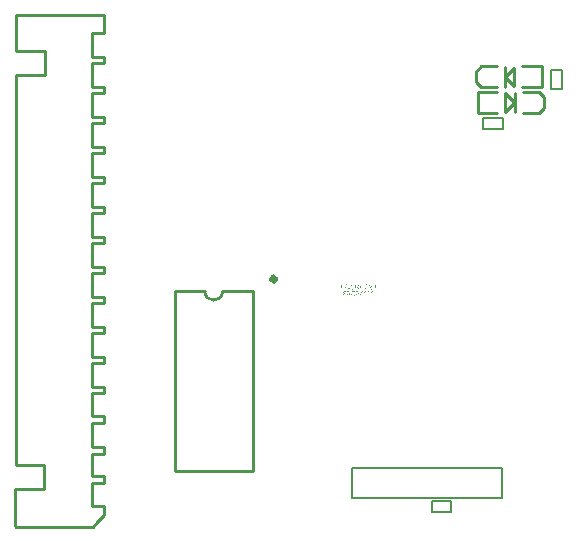
<source format=gbo>
G04*
G04 #@! TF.GenerationSoftware,Altium Limited,Altium Designer,18.1.9 (240)*
G04*
G04 Layer_Color=32896*
%FSLAX25Y25*%
%MOIN*%
G70*
G01*
G75*
%ADD11C,0.01968*%
%ADD14C,0.00787*%
%ADD15C,0.01000*%
%ADD16C,0.00600*%
G36*
X5855Y-133716D02*
X5879Y-133730D01*
X5896Y-133747D01*
X5907Y-133769D01*
X5913Y-133791D01*
X5915Y-133808D01*
X5918Y-133822D01*
Y-133827D01*
X5915Y-133855D01*
X5907Y-133874D01*
X5893Y-133891D01*
X5879Y-133899D01*
X5866Y-133905D01*
X5852Y-133908D01*
X5843Y-133910D01*
X5841D01*
X5810Y-133905D01*
X5785Y-133894D01*
X5769Y-133874D01*
X5758Y-133855D01*
X5752Y-133836D01*
X5746Y-133816D01*
Y-133805D01*
Y-133800D01*
X5749Y-133769D01*
X5758Y-133747D01*
X5771Y-133733D01*
X5785Y-133722D01*
X5799Y-133716D01*
X5813Y-133711D01*
X5824D01*
X5855Y-133716D01*
D02*
G37*
G36*
X14782Y-134165D02*
X14779Y-134190D01*
X14777Y-134221D01*
X14768Y-134257D01*
X14757Y-134295D01*
X14746Y-134337D01*
X14732Y-134381D01*
X14702Y-134473D01*
X14688Y-134517D01*
X14674Y-134559D01*
X14660Y-134595D01*
X14649Y-134631D01*
X14638Y-134658D01*
X14630Y-134678D01*
X14627Y-134692D01*
X14624Y-134697D01*
X14597Y-134772D01*
X14572Y-134844D01*
X14552Y-134908D01*
X14533Y-134966D01*
X14516Y-135018D01*
X14505Y-135065D01*
X14494Y-135110D01*
X14486Y-135146D01*
X14480Y-135179D01*
X14475Y-135207D01*
X14472Y-135229D01*
X14469Y-135248D01*
X14466Y-135262D01*
Y-135271D01*
Y-135276D01*
Y-135279D01*
X14469Y-135315D01*
X14472Y-135348D01*
X14480Y-135381D01*
X14489Y-135412D01*
X14497Y-135437D01*
X14502Y-135456D01*
X14508Y-135467D01*
X14511Y-135473D01*
X14530Y-135509D01*
X14552Y-135545D01*
X14577Y-135575D01*
X14602Y-135600D01*
X14624Y-135622D01*
X14644Y-135639D01*
X14655Y-135650D01*
X14660Y-135653D01*
X14699Y-135680D01*
X14741Y-135700D01*
X14779Y-135714D01*
X14818Y-135722D01*
X14852Y-135728D01*
X14876Y-135733D01*
X14899D01*
Y-135830D01*
X14824Y-135825D01*
X14757Y-135811D01*
X14702Y-135794D01*
X14652Y-135772D01*
X14616Y-135750D01*
X14588Y-135733D01*
X14572Y-135719D01*
X14566Y-135714D01*
X14522Y-135667D01*
X14486Y-135611D01*
X14453Y-135553D01*
X14428Y-135498D01*
X14408Y-135448D01*
X14400Y-135426D01*
X14394Y-135406D01*
X14389Y-135392D01*
X14386Y-135381D01*
X14383Y-135373D01*
Y-135370D01*
X14369Y-135326D01*
X14353Y-135276D01*
X14333Y-135226D01*
X14311Y-135174D01*
X14264Y-135065D01*
X14214Y-134960D01*
X14189Y-134910D01*
X14164Y-134866D01*
X14145Y-134825D01*
X14126Y-134789D01*
X14109Y-134761D01*
X14098Y-134739D01*
X14090Y-134725D01*
X14087Y-134719D01*
X14045Y-134642D01*
X14007Y-134573D01*
X13976Y-134509D01*
X13948Y-134451D01*
X13924Y-134401D01*
X13904Y-134354D01*
X13887Y-134312D01*
X13876Y-134276D01*
X13865Y-134246D01*
X13860Y-134218D01*
X13854Y-134198D01*
X13849Y-134179D01*
Y-134168D01*
X13846Y-134160D01*
Y-134154D01*
Y-134151D01*
X13976Y-134162D01*
X13979Y-134185D01*
X13982Y-134212D01*
X13998Y-134271D01*
X14020Y-134337D01*
X14045Y-134401D01*
X14073Y-134462D01*
X14084Y-134489D01*
X14095Y-134511D01*
X14104Y-134531D01*
X14112Y-134545D01*
X14115Y-134556D01*
X14117Y-134559D01*
X14167Y-134661D01*
X14212Y-134758D01*
X14231Y-134800D01*
X14250Y-134841D01*
X14267Y-134880D01*
X14284Y-134916D01*
X14298Y-134946D01*
X14311Y-134974D01*
X14322Y-134999D01*
X14331Y-135018D01*
X14339Y-135035D01*
X14342Y-135046D01*
X14347Y-135054D01*
Y-135057D01*
X14367Y-135101D01*
X14375Y-135118D01*
X14378Y-135129D01*
X14383Y-135135D01*
Y-135137D01*
X14397D01*
Y-135118D01*
X14403Y-135099D01*
X14411Y-135052D01*
X14417Y-135029D01*
X14419Y-135013D01*
X14425Y-135002D01*
Y-134996D01*
X14436Y-134952D01*
X14450Y-134905D01*
X14464Y-134852D01*
X14480Y-134800D01*
X14494Y-134753D01*
X14500Y-134733D01*
X14505Y-134716D01*
X14511Y-134700D01*
X14514Y-134689D01*
X14516Y-134683D01*
Y-134680D01*
X14541Y-134600D01*
X14555Y-134559D01*
X14566Y-134523D01*
X14577Y-134487D01*
X14588Y-134456D01*
X14597Y-134428D01*
X14605Y-134401D01*
X14611Y-134379D01*
X14619Y-134359D01*
X14627Y-134329D01*
X14633Y-134307D01*
X14638Y-134293D01*
Y-134290D01*
X14647Y-134259D01*
X14652Y-134232D01*
X14655Y-134210D01*
X14658Y-134187D01*
X14660Y-134174D01*
Y-134160D01*
Y-134154D01*
Y-134151D01*
X14782Y-134165D01*
D02*
G37*
G36*
X12419Y-133722D02*
X12483Y-133730D01*
X12547Y-133744D01*
X12605Y-133761D01*
X12660Y-133780D01*
X12710Y-133802D01*
X12760Y-133825D01*
X12802Y-133850D01*
X12841Y-133874D01*
X12874Y-133897D01*
X12904Y-133919D01*
X12929Y-133938D01*
X12948Y-133955D01*
X12962Y-133969D01*
X12971Y-133977D01*
X12973Y-133980D01*
X13018Y-134029D01*
X13054Y-134082D01*
X13087Y-134135D01*
X13115Y-134187D01*
X13140Y-134240D01*
X13159Y-134293D01*
X13176Y-134345D01*
X13190Y-134392D01*
X13201Y-134440D01*
X13206Y-134481D01*
X13212Y-134520D01*
X13217Y-134550D01*
Y-134578D01*
X13220Y-134597D01*
Y-134608D01*
Y-134614D01*
X13217Y-134675D01*
X13212Y-134736D01*
X13203Y-134789D01*
X13192Y-134841D01*
X13178Y-134888D01*
X13164Y-134933D01*
X13148Y-134971D01*
X13131Y-135007D01*
X13117Y-135041D01*
X13101Y-135068D01*
X13087Y-135090D01*
X13073Y-135110D01*
X13062Y-135126D01*
X13054Y-135137D01*
X13048Y-135143D01*
X13045Y-135146D01*
X13009Y-135179D01*
X12973Y-135207D01*
X12932Y-135232D01*
X12893Y-135254D01*
X12849Y-135273D01*
X12807Y-135287D01*
X12727Y-135309D01*
X12688Y-135318D01*
X12655Y-135323D01*
X12622Y-135329D01*
X12594Y-135331D01*
X12572Y-135334D01*
X12497D01*
X12455Y-135331D01*
X12419Y-135329D01*
X12389Y-135326D01*
X12361Y-135323D01*
X12345Y-135320D01*
X12331Y-135318D01*
X12328D01*
X12262Y-135304D01*
X12234Y-135295D01*
X12209Y-135287D01*
X12187Y-135279D01*
X12170Y-135273D01*
X12159Y-135268D01*
X12156D01*
X12154Y-135234D01*
Y-135198D01*
X12151Y-135160D01*
X12148Y-135121D01*
X12145Y-135088D01*
X12142Y-135060D01*
X12140Y-135049D01*
Y-135041D01*
Y-135038D01*
Y-135035D01*
X12134Y-134977D01*
X12126Y-134922D01*
X12120Y-134869D01*
X12112Y-134819D01*
X12106Y-134780D01*
X12101Y-134750D01*
Y-134739D01*
X12098Y-134730D01*
Y-134725D01*
Y-134722D01*
X12087Y-134639D01*
X12212D01*
X12220Y-134703D01*
X12223Y-134739D01*
X12225Y-134772D01*
X12228Y-134802D01*
X12231Y-134830D01*
X12234Y-134852D01*
Y-134869D01*
X12237Y-134880D01*
Y-134883D01*
X12239Y-134916D01*
X12242Y-134955D01*
X12248Y-134996D01*
X12250Y-135035D01*
X12253Y-135071D01*
Y-135101D01*
X12256Y-135113D01*
Y-135121D01*
Y-135126D01*
Y-135129D01*
X12262Y-135204D01*
X12297Y-135210D01*
X12323Y-135215D01*
X12347Y-135221D01*
X12367Y-135223D01*
X12383Y-135226D01*
X12397Y-135229D01*
X12408Y-135232D01*
X12417D01*
X12455Y-135234D01*
X12539D01*
X12588Y-135232D01*
X12633Y-135226D01*
X12677Y-135218D01*
X12716Y-135210D01*
X12755Y-135196D01*
X12788Y-135182D01*
X12821Y-135168D01*
X12849Y-135151D01*
X12874Y-135135D01*
X12896Y-135121D01*
X12912Y-135107D01*
X12929Y-135093D01*
X12940Y-135085D01*
X12948Y-135077D01*
X12954Y-135071D01*
X12957Y-135068D01*
X12982Y-135035D01*
X13004Y-134999D01*
X13026Y-134960D01*
X13043Y-134922D01*
X13068Y-134841D01*
X13084Y-134766D01*
X13092Y-134730D01*
X13095Y-134697D01*
X13098Y-134667D01*
X13101Y-134639D01*
X13104Y-134620D01*
Y-134603D01*
Y-134592D01*
Y-134589D01*
X13101Y-134531D01*
X13095Y-134476D01*
X13084Y-134423D01*
X13073Y-134373D01*
X13057Y-134326D01*
X13040Y-134282D01*
X13021Y-134240D01*
X13001Y-134204D01*
X12984Y-134168D01*
X12965Y-134140D01*
X12948Y-134113D01*
X12932Y-134090D01*
X12921Y-134074D01*
X12910Y-134063D01*
X12904Y-134055D01*
X12901Y-134052D01*
X12863Y-134013D01*
X12821Y-133977D01*
X12779Y-133946D01*
X12738Y-133922D01*
X12694Y-133899D01*
X12652Y-133883D01*
X12613Y-133866D01*
X12574Y-133855D01*
X12539Y-133847D01*
X12505Y-133838D01*
X12478Y-133833D01*
X12453Y-133830D01*
X12431D01*
X12417Y-133827D01*
X12403D01*
X12350Y-133830D01*
X12297Y-133836D01*
X12248Y-133841D01*
X12201Y-133850D01*
X12162Y-133861D01*
X12131Y-133866D01*
X12120Y-133869D01*
X12112Y-133872D01*
X12106Y-133874D01*
X12104D01*
X12068Y-133764D01*
X12115Y-133750D01*
X12137Y-133744D01*
X12159Y-133741D01*
X12178Y-133739D01*
X12192Y-133736D01*
X12203Y-133733D01*
X12206D01*
X12259Y-133725D01*
X12284Y-133722D01*
X12306D01*
X12325Y-133719D01*
X12350D01*
X12419Y-133722D01*
D02*
G37*
G36*
X11733Y-134165D02*
Y-134193D01*
Y-134223D01*
X11735Y-134290D01*
X11738Y-134359D01*
X11741Y-134428D01*
X11744Y-134462D01*
X11746Y-134492D01*
Y-134520D01*
X11749Y-134542D01*
Y-134561D01*
X11752Y-134575D01*
Y-134586D01*
Y-134589D01*
Y-134592D01*
Y-134597D01*
Y-134606D01*
X11755Y-134617D01*
X11757Y-134647D01*
Y-134678D01*
X11760Y-134711D01*
X11763Y-134739D01*
X11766Y-134750D01*
Y-134758D01*
Y-134764D01*
Y-134766D01*
X11768Y-134797D01*
Y-134825D01*
X11771Y-134850D01*
Y-134872D01*
X11774Y-134910D01*
Y-134938D01*
X11777Y-134958D01*
Y-134971D01*
Y-134977D01*
Y-134980D01*
X11774Y-135041D01*
X11763Y-135096D01*
X11746Y-135143D01*
X11727Y-135185D01*
X11705Y-135218D01*
X11677Y-135248D01*
X11649Y-135271D01*
X11619Y-135290D01*
X11588Y-135304D01*
X11561Y-135315D01*
X11533Y-135323D01*
X11511Y-135329D01*
X11489Y-135331D01*
X11475Y-135334D01*
X11461D01*
X11406Y-135331D01*
X11356Y-135320D01*
X11311Y-135307D01*
X11273Y-135293D01*
X11242Y-135276D01*
X11220Y-135265D01*
X11206Y-135254D01*
X11201Y-135251D01*
X11162Y-135215D01*
X11126Y-135176D01*
X11093Y-135135D01*
X11065Y-135093D01*
X11043Y-135057D01*
X11026Y-135029D01*
X11021Y-135018D01*
X11015Y-135010D01*
X11012Y-135005D01*
Y-135002D01*
X11010D01*
Y-135046D01*
Y-135085D01*
Y-135121D01*
Y-135154D01*
Y-135182D01*
X11007Y-135210D01*
Y-135232D01*
Y-135251D01*
Y-135268D01*
Y-135282D01*
X11004Y-135304D01*
Y-135315D01*
Y-135318D01*
X10882Y-135298D01*
X10893Y-135201D01*
X10896Y-135157D01*
X10899Y-135115D01*
X10901Y-135079D01*
Y-135052D01*
Y-135041D01*
Y-135032D01*
Y-135029D01*
Y-135027D01*
Y-134977D01*
X10899Y-134922D01*
X10896Y-134869D01*
X10893Y-134819D01*
X10890Y-134775D01*
X10888Y-134755D01*
Y-134739D01*
Y-134728D01*
X10885Y-134716D01*
Y-134711D01*
Y-134708D01*
X10882Y-134669D01*
X10876Y-134631D01*
X10871Y-134586D01*
X10865Y-134539D01*
X10854Y-134445D01*
X10843Y-134354D01*
X10838Y-134309D01*
X10835Y-134271D01*
X10829Y-134234D01*
X10827Y-134201D01*
X10824Y-134176D01*
X10821Y-134157D01*
X10818Y-134146D01*
Y-134140D01*
X10943Y-134165D01*
Y-134187D01*
Y-134215D01*
X10946Y-134271D01*
X10949Y-134329D01*
X10954Y-134387D01*
X10957Y-134440D01*
X10960Y-134464D01*
X10962Y-134484D01*
Y-134500D01*
X10965Y-134511D01*
Y-134520D01*
Y-134523D01*
X10973Y-134625D01*
X10976Y-134664D01*
X10985Y-134703D01*
X11004Y-134775D01*
X11029Y-134844D01*
X11054Y-134908D01*
X11068Y-134935D01*
X11082Y-134960D01*
X11093Y-134982D01*
X11104Y-134999D01*
X11112Y-135016D01*
X11120Y-135027D01*
X11123Y-135032D01*
X11126Y-135035D01*
X11151Y-135071D01*
X11178Y-135101D01*
X11206Y-135129D01*
X11231Y-135154D01*
X11256Y-135174D01*
X11281Y-135190D01*
X11306Y-135204D01*
X11328Y-135215D01*
X11370Y-135229D01*
X11400Y-135237D01*
X11411D01*
X11419Y-135240D01*
X11428D01*
X11475Y-135237D01*
X11516Y-135229D01*
X11550Y-135218D01*
X11575Y-135207D01*
X11594Y-135196D01*
X11608Y-135185D01*
X11616Y-135176D01*
X11619Y-135174D01*
X11636Y-135146D01*
X11649Y-135110D01*
X11658Y-135074D01*
X11666Y-135035D01*
X11669Y-135002D01*
X11671Y-134974D01*
Y-134963D01*
Y-134955D01*
Y-134952D01*
Y-134949D01*
Y-134913D01*
X11669Y-134877D01*
Y-134863D01*
Y-134852D01*
Y-134844D01*
Y-134841D01*
Y-134816D01*
X11666Y-134789D01*
X11663Y-134764D01*
Y-134736D01*
X11660Y-134714D01*
X11658Y-134697D01*
Y-134686D01*
Y-134680D01*
X11644Y-134487D01*
X11641Y-134467D01*
Y-134442D01*
X11638Y-134412D01*
X11636Y-134381D01*
X11633Y-134351D01*
X11630Y-134326D01*
X11627Y-134309D01*
Y-134307D01*
Y-134304D01*
X11624Y-134279D01*
X11622Y-134254D01*
X11616Y-134215D01*
X11613Y-134187D01*
Y-134165D01*
X11611Y-134151D01*
Y-134143D01*
Y-134138D01*
X11733Y-134165D01*
D02*
G37*
G36*
X15613Y-133739D02*
X15685D01*
X15716Y-133741D01*
X15926D01*
X15929Y-133797D01*
X15932Y-133858D01*
X15943Y-133980D01*
X15954Y-134104D01*
X15959Y-134162D01*
X15965Y-134221D01*
X15971Y-134273D01*
X15976Y-134323D01*
X15979Y-134368D01*
X15984Y-134406D01*
X15987Y-134437D01*
X15990Y-134462D01*
X15993Y-134476D01*
Y-134481D01*
X16023Y-134744D01*
X16032Y-134822D01*
X16040Y-134894D01*
X16045Y-134960D01*
X16054Y-135016D01*
X16059Y-135068D01*
X16065Y-135113D01*
X16068Y-135154D01*
X16073Y-135187D01*
X16076Y-135218D01*
X16079Y-135240D01*
X16081Y-135259D01*
X16084Y-135276D01*
Y-135287D01*
X16087Y-135295D01*
Y-135298D01*
Y-135301D01*
X16037D01*
X15990Y-135304D01*
X15857D01*
X15832Y-135307D01*
X15749D01*
X15688Y-135304D01*
X15630Y-135301D01*
X15577Y-135293D01*
X15527Y-135284D01*
X15480Y-135273D01*
X15439Y-135262D01*
X15400Y-135251D01*
X15364Y-135237D01*
X15333Y-135223D01*
X15306Y-135212D01*
X15284Y-135201D01*
X15264Y-135190D01*
X15250Y-135182D01*
X15239Y-135174D01*
X15234Y-135171D01*
X15231Y-135168D01*
X15198Y-135140D01*
X15170Y-135113D01*
X15142Y-135082D01*
X15123Y-135049D01*
X15103Y-135018D01*
X15090Y-134988D01*
X15065Y-134927D01*
X15054Y-134874D01*
X15048Y-134852D01*
X15045Y-134833D01*
X15043Y-134816D01*
Y-134805D01*
Y-134797D01*
Y-134794D01*
X15045Y-134750D01*
X15056Y-134708D01*
X15070Y-134672D01*
X15087Y-134639D01*
X15106Y-134614D01*
X15120Y-134595D01*
X15131Y-134581D01*
X15134Y-134578D01*
X15170Y-134545D01*
X15206Y-134520D01*
X15245Y-134498D01*
X15281Y-134481D01*
X15314Y-134467D01*
X15339Y-134459D01*
X15358Y-134456D01*
X15361Y-134453D01*
X15364D01*
Y-134448D01*
X15317Y-134431D01*
X15272Y-134412D01*
X15236Y-134390D01*
X15206Y-134368D01*
X15181Y-134345D01*
X15165Y-134329D01*
X15153Y-134318D01*
X15151Y-134312D01*
X15126Y-134273D01*
X15106Y-134232D01*
X15092Y-134190D01*
X15081Y-134151D01*
X15076Y-134118D01*
X15073Y-134093D01*
Y-134082D01*
Y-134074D01*
Y-134071D01*
Y-134068D01*
X15079Y-134010D01*
X15090Y-133963D01*
X15109Y-133919D01*
X15128Y-133886D01*
X15148Y-133858D01*
X15167Y-133838D01*
X15178Y-133825D01*
X15184Y-133822D01*
X15228Y-133794D01*
X15275Y-133772D01*
X15325Y-133758D01*
X15375Y-133747D01*
X15417Y-133741D01*
X15436Y-133739D01*
X15453Y-133736D01*
X15591D01*
X15613Y-133739D01*
D02*
G37*
G36*
X8818Y-134129D02*
X8866Y-134138D01*
X8910Y-134151D01*
X8949Y-134165D01*
X8979Y-134182D01*
X9004Y-134193D01*
X9018Y-134204D01*
X9023Y-134207D01*
X9065Y-134240D01*
X9101Y-134279D01*
X9131Y-134320D01*
X9159Y-134359D01*
X9181Y-134395D01*
X9195Y-134423D01*
X9201Y-134434D01*
X9206Y-134442D01*
X9209Y-134448D01*
Y-134451D01*
X9212D01*
Y-134384D01*
Y-134326D01*
X9215Y-134273D01*
Y-134229D01*
X9217Y-134190D01*
Y-134162D01*
X9220Y-134154D01*
Y-134146D01*
Y-134143D01*
Y-134140D01*
X9342Y-134168D01*
X9336Y-134221D01*
X9331Y-134273D01*
X9328Y-134326D01*
X9325Y-134373D01*
X9323Y-134415D01*
Y-134431D01*
Y-134448D01*
Y-134459D01*
Y-134467D01*
Y-134473D01*
Y-134476D01*
Y-134523D01*
X9325Y-134578D01*
X9331Y-134639D01*
X9336Y-134703D01*
X9342Y-134772D01*
X9347Y-134841D01*
X9364Y-134980D01*
X9372Y-135046D01*
X9378Y-135107D01*
X9386Y-135165D01*
X9392Y-135212D01*
X9397Y-135254D01*
X9400Y-135271D01*
X9403Y-135284D01*
Y-135295D01*
X9406Y-135304D01*
Y-135309D01*
Y-135312D01*
X9286Y-135301D01*
X9284Y-135282D01*
Y-135257D01*
X9281Y-135229D01*
X9278Y-135198D01*
X9275Y-135137D01*
X9270Y-135071D01*
X9267Y-135013D01*
X9264Y-134985D01*
Y-134963D01*
Y-134944D01*
X9262Y-134930D01*
Y-134919D01*
Y-134916D01*
X9256Y-134863D01*
X9251Y-134813D01*
X9228Y-134716D01*
X9217Y-134675D01*
X9203Y-134633D01*
X9190Y-134597D01*
X9176Y-134561D01*
X9162Y-134531D01*
X9148Y-134506D01*
X9137Y-134481D01*
X9126Y-134462D01*
X9118Y-134445D01*
X9109Y-134434D01*
X9106Y-134428D01*
X9104Y-134426D01*
X9076Y-134390D01*
X9051Y-134359D01*
X9023Y-134332D01*
X8996Y-134307D01*
X8971Y-134287D01*
X8943Y-134271D01*
X8921Y-134257D01*
X8896Y-134246D01*
X8857Y-134232D01*
X8838Y-134226D01*
X8824Y-134223D01*
X8813Y-134221D01*
X8796D01*
X8749Y-134223D01*
X8710Y-134232D01*
X8677Y-134243D01*
X8652Y-134254D01*
X8633Y-134265D01*
X8619Y-134276D01*
X8611Y-134284D01*
X8608Y-134287D01*
X8589Y-134315D01*
X8575Y-134348D01*
X8566Y-134381D01*
X8558Y-134417D01*
X8555Y-134451D01*
X8552Y-134476D01*
Y-134487D01*
Y-134495D01*
Y-134498D01*
Y-134500D01*
Y-134581D01*
X8558Y-134667D01*
X8561Y-134750D01*
X8566Y-134825D01*
X8569Y-134861D01*
X8572Y-134894D01*
X8575Y-134922D01*
X8577Y-134946D01*
X8580Y-134966D01*
Y-134980D01*
X8583Y-134991D01*
Y-134994D01*
X8589Y-135043D01*
X8594Y-135088D01*
X8597Y-135126D01*
X8600Y-135162D01*
X8602Y-135193D01*
X8605Y-135218D01*
X8608Y-135240D01*
X8611Y-135259D01*
Y-135273D01*
Y-135284D01*
X8613Y-135301D01*
Y-135309D01*
Y-135312D01*
X8491Y-135301D01*
Y-135218D01*
X8489Y-135135D01*
X8483Y-135054D01*
X8480Y-134980D01*
X8478Y-134946D01*
X8475Y-134916D01*
Y-134888D01*
X8472Y-134866D01*
Y-134847D01*
X8469Y-134833D01*
Y-134825D01*
Y-134822D01*
X8467Y-134775D01*
X8461Y-134733D01*
X8458Y-134694D01*
X8456Y-134658D01*
Y-134628D01*
X8453Y-134600D01*
X8450Y-134575D01*
Y-134556D01*
Y-134536D01*
X8447Y-134523D01*
Y-134500D01*
Y-134487D01*
Y-134484D01*
X8450Y-134420D01*
X8458Y-134365D01*
X8472Y-134320D01*
X8486Y-134282D01*
X8503Y-134254D01*
X8514Y-134232D01*
X8525Y-134218D01*
X8528Y-134215D01*
X8561Y-134185D01*
X8600Y-134162D01*
X8638Y-134149D01*
X8677Y-134138D01*
X8710Y-134132D01*
X8741Y-134126D01*
X8766D01*
X8818Y-134129D01*
D02*
G37*
G36*
X5918Y-134171D02*
Y-134218D01*
X5921Y-134268D01*
Y-134318D01*
X5924Y-134368D01*
X5926Y-134412D01*
Y-134431D01*
Y-134448D01*
X5929Y-134462D01*
Y-134473D01*
Y-134478D01*
Y-134481D01*
X5932Y-134550D01*
X5938Y-134608D01*
X5940Y-134658D01*
X5946Y-134700D01*
X5949Y-134730D01*
X5951Y-134755D01*
X5954Y-134766D01*
Y-134772D01*
X5965Y-134880D01*
X5971Y-134938D01*
X5976Y-134994D01*
X5982Y-135041D01*
X5988Y-135085D01*
X5993Y-135124D01*
X5996Y-135160D01*
X6001Y-135190D01*
X6004Y-135218D01*
X6007Y-135243D01*
X6010Y-135262D01*
Y-135279D01*
X6012Y-135290D01*
Y-135301D01*
X6015Y-135307D01*
Y-135312D01*
X5899Y-135301D01*
X5891Y-135187D01*
X5888Y-135135D01*
X5882Y-135085D01*
X5879Y-135041D01*
X5874Y-134996D01*
X5871Y-134955D01*
X5868Y-134919D01*
X5866Y-134886D01*
X5863Y-134858D01*
X5860Y-134833D01*
X5857Y-134811D01*
Y-134794D01*
X5855Y-134783D01*
Y-134775D01*
Y-134772D01*
X5838Y-134620D01*
X5832Y-134559D01*
X5827Y-134500D01*
X5821Y-134448D01*
X5816Y-134401D01*
X5810Y-134356D01*
X5807Y-134318D01*
X5805Y-134284D01*
X5802Y-134251D01*
X5799Y-134226D01*
Y-134204D01*
X5796Y-134185D01*
Y-134168D01*
X5794Y-134157D01*
Y-134149D01*
Y-134146D01*
Y-134143D01*
X5918Y-134171D01*
D02*
G37*
G36*
X4902Y-134129D02*
X4949Y-134138D01*
X4993Y-134151D01*
X5032Y-134165D01*
X5062Y-134182D01*
X5087Y-134193D01*
X5101Y-134204D01*
X5107Y-134207D01*
X5148Y-134240D01*
X5184Y-134279D01*
X5215Y-134320D01*
X5242Y-134359D01*
X5265Y-134395D01*
X5278Y-134423D01*
X5284Y-134434D01*
X5289Y-134442D01*
X5292Y-134448D01*
Y-134451D01*
X5295D01*
Y-134384D01*
Y-134326D01*
X5298Y-134273D01*
Y-134229D01*
X5300Y-134190D01*
Y-134162D01*
X5303Y-134154D01*
Y-134146D01*
Y-134143D01*
Y-134140D01*
X5425Y-134168D01*
X5420Y-134221D01*
X5414Y-134273D01*
X5411Y-134326D01*
X5409Y-134373D01*
X5406Y-134415D01*
Y-134431D01*
Y-134448D01*
Y-134459D01*
Y-134467D01*
Y-134473D01*
Y-134476D01*
Y-134523D01*
X5409Y-134578D01*
X5414Y-134639D01*
X5420Y-134703D01*
X5425Y-134772D01*
X5431Y-134841D01*
X5447Y-134980D01*
X5456Y-135046D01*
X5461Y-135107D01*
X5469Y-135165D01*
X5475Y-135212D01*
X5481Y-135254D01*
X5483Y-135271D01*
X5486Y-135284D01*
Y-135295D01*
X5489Y-135304D01*
Y-135309D01*
Y-135312D01*
X5370Y-135301D01*
X5367Y-135282D01*
Y-135257D01*
X5364Y-135229D01*
X5361Y-135198D01*
X5359Y-135137D01*
X5353Y-135071D01*
X5350Y-135013D01*
X5348Y-134985D01*
Y-134963D01*
Y-134944D01*
X5345Y-134930D01*
Y-134919D01*
Y-134916D01*
X5339Y-134863D01*
X5334Y-134813D01*
X5312Y-134716D01*
X5300Y-134675D01*
X5287Y-134633D01*
X5273Y-134597D01*
X5259Y-134561D01*
X5245Y-134531D01*
X5231Y-134506D01*
X5220Y-134481D01*
X5209Y-134462D01*
X5201Y-134445D01*
X5192Y-134434D01*
X5190Y-134428D01*
X5187Y-134426D01*
X5159Y-134390D01*
X5134Y-134359D01*
X5107Y-134332D01*
X5079Y-134307D01*
X5054Y-134287D01*
X5026Y-134271D01*
X5004Y-134257D01*
X4979Y-134246D01*
X4940Y-134232D01*
X4921Y-134226D01*
X4907Y-134223D01*
X4896Y-134221D01*
X4879D01*
X4832Y-134223D01*
X4794Y-134232D01*
X4760Y-134243D01*
X4735Y-134254D01*
X4716Y-134265D01*
X4702Y-134276D01*
X4694Y-134284D01*
X4691Y-134287D01*
X4672Y-134315D01*
X4658Y-134348D01*
X4650Y-134381D01*
X4641Y-134417D01*
X4639Y-134451D01*
X4636Y-134476D01*
Y-134487D01*
Y-134495D01*
Y-134498D01*
Y-134500D01*
Y-134581D01*
X4641Y-134667D01*
X4644Y-134750D01*
X4650Y-134825D01*
X4652Y-134861D01*
X4655Y-134894D01*
X4658Y-134922D01*
X4661Y-134946D01*
X4663Y-134966D01*
Y-134980D01*
X4666Y-134991D01*
Y-134994D01*
X4672Y-135043D01*
X4677Y-135088D01*
X4680Y-135126D01*
X4683Y-135162D01*
X4686Y-135193D01*
X4688Y-135218D01*
X4691Y-135240D01*
X4694Y-135259D01*
Y-135273D01*
Y-135284D01*
X4697Y-135301D01*
Y-135309D01*
Y-135312D01*
X4575Y-135301D01*
Y-135218D01*
X4572Y-135135D01*
X4566Y-135054D01*
X4564Y-134980D01*
X4561Y-134946D01*
X4558Y-134916D01*
Y-134888D01*
X4555Y-134866D01*
Y-134847D01*
X4553Y-134833D01*
Y-134825D01*
Y-134822D01*
X4550Y-134775D01*
X4544Y-134733D01*
X4541Y-134694D01*
X4539Y-134658D01*
Y-134628D01*
X4536Y-134600D01*
X4533Y-134575D01*
Y-134556D01*
Y-134536D01*
X4530Y-134523D01*
Y-134500D01*
Y-134487D01*
Y-134484D01*
X4533Y-134420D01*
X4541Y-134365D01*
X4555Y-134320D01*
X4569Y-134282D01*
X4586Y-134254D01*
X4597Y-134232D01*
X4608Y-134218D01*
X4611Y-134215D01*
X4644Y-134185D01*
X4683Y-134162D01*
X4722Y-134149D01*
X4760Y-134138D01*
X4794Y-134132D01*
X4824Y-134126D01*
X4849D01*
X4902Y-134129D01*
D02*
G37*
G36*
X9741Y-134124D02*
X9793Y-134162D01*
X9804D01*
X9871Y-134165D01*
X9932Y-134171D01*
X9993Y-134182D01*
X10048Y-134196D01*
X10098Y-134212D01*
X10148Y-134232D01*
X10190Y-134251D01*
X10231Y-134271D01*
X10267Y-134293D01*
X10298Y-134312D01*
X10323Y-134332D01*
X10345Y-134348D01*
X10364Y-134362D01*
X10375Y-134373D01*
X10384Y-134379D01*
X10386Y-134381D01*
X10425Y-134423D01*
X10458Y-134467D01*
X10489Y-134511D01*
X10514Y-134556D01*
X10533Y-134603D01*
X10552Y-134644D01*
X10566Y-134689D01*
X10577Y-134730D01*
X10586Y-134766D01*
X10594Y-134802D01*
X10599Y-134833D01*
X10602Y-134861D01*
Y-134883D01*
X10605Y-134899D01*
Y-134910D01*
Y-134913D01*
X10602Y-134977D01*
X10594Y-135032D01*
X10583Y-135082D01*
X10569Y-135126D01*
X10555Y-135160D01*
X10544Y-135185D01*
X10536Y-135201D01*
X10533Y-135204D01*
Y-135207D01*
X10503Y-135246D01*
X10467Y-135273D01*
X10430Y-135295D01*
X10397Y-135309D01*
X10367Y-135318D01*
X10339Y-135320D01*
X10323Y-135323D01*
X10317D01*
X10273Y-135320D01*
X10231Y-135312D01*
X10192Y-135298D01*
X10159Y-135284D01*
X10131Y-135273D01*
X10109Y-135259D01*
X10098Y-135251D01*
X10093Y-135248D01*
X10054Y-135215D01*
X10021Y-135179D01*
X9987Y-135140D01*
X9962Y-135104D01*
X9940Y-135071D01*
X9924Y-135043D01*
X9918Y-135032D01*
X9913Y-135024D01*
X9910Y-135021D01*
Y-135018D01*
X9904D01*
Y-135085D01*
X9901Y-135146D01*
Y-135196D01*
X9899Y-135237D01*
Y-135271D01*
X9896Y-135293D01*
Y-135307D01*
Y-135312D01*
X9785Y-135298D01*
X9791Y-135262D01*
X9793Y-135226D01*
X9796Y-135190D01*
Y-135157D01*
X9799Y-135129D01*
Y-135104D01*
Y-135090D01*
Y-135085D01*
X9796Y-134985D01*
X9793Y-134927D01*
X9791Y-134869D01*
X9785Y-134808D01*
X9780Y-134750D01*
X9774Y-134700D01*
X9771Y-134680D01*
X9769Y-134661D01*
X9766Y-134647D01*
X9763Y-134633D01*
Y-134628D01*
Y-134625D01*
X9749Y-134542D01*
X9732Y-134453D01*
X9719Y-134368D01*
X9702Y-134284D01*
X9694Y-134248D01*
X9688Y-134215D01*
X9683Y-134185D01*
X9677Y-134157D01*
X9672Y-134138D01*
X9669Y-134121D01*
X9666Y-134110D01*
Y-134107D01*
X9741Y-134124D01*
D02*
G37*
G36*
X6386Y-133850D02*
X6389Y-133902D01*
X6395Y-133949D01*
X6397Y-133991D01*
X6400Y-134007D01*
Y-134024D01*
Y-134035D01*
X6403Y-134043D01*
Y-134049D01*
Y-134052D01*
X6406Y-134085D01*
X6408Y-134121D01*
X6417Y-134196D01*
X6425Y-134271D01*
X6433Y-134345D01*
X6439Y-134379D01*
X6442Y-134412D01*
X6444Y-134440D01*
X6447Y-134464D01*
X6450Y-134484D01*
Y-134498D01*
X6453Y-134509D01*
Y-134511D01*
X6470Y-134675D01*
X6475Y-134730D01*
X6483Y-134780D01*
X6492Y-134825D01*
X6500Y-134869D01*
X6511Y-134908D01*
X6519Y-134944D01*
X6530Y-134974D01*
X6539Y-135002D01*
X6547Y-135027D01*
X6558Y-135049D01*
X6564Y-135068D01*
X6572Y-135082D01*
X6577Y-135093D01*
X6583Y-135101D01*
X6586Y-135104D01*
Y-135107D01*
X6602Y-135129D01*
X6622Y-135149D01*
X6669Y-135182D01*
X6716Y-135204D01*
X6766Y-135221D01*
X6810Y-135229D01*
X6830Y-135234D01*
X6846D01*
X6860Y-135237D01*
X6879D01*
X6921Y-135234D01*
X6960Y-135232D01*
X6974Y-135229D01*
X6985D01*
X6993Y-135226D01*
X6996D01*
X7034Y-135215D01*
X7065Y-135207D01*
X7076Y-135201D01*
X7084Y-135198D01*
X7090Y-135196D01*
X7093D01*
X7120Y-135304D01*
X7087Y-135312D01*
X7054Y-135318D01*
X7037Y-135320D01*
X7026D01*
X7018Y-135323D01*
X7015D01*
X6965Y-135329D01*
X6943Y-135331D01*
X6921D01*
X6904Y-135334D01*
X6879D01*
X6832Y-135331D01*
X6791Y-135329D01*
X6752Y-135320D01*
X6716Y-135309D01*
X6683Y-135298D01*
X6652Y-135284D01*
X6625Y-135271D01*
X6600Y-135254D01*
X6580Y-135240D01*
X6561Y-135226D01*
X6547Y-135212D01*
X6536Y-135201D01*
X6525Y-135190D01*
X6519Y-135182D01*
X6514Y-135179D01*
Y-135176D01*
X6494Y-135143D01*
X6475Y-135107D01*
X6458Y-135068D01*
X6442Y-135027D01*
X6417Y-134938D01*
X6395Y-134852D01*
X6386Y-134813D01*
X6381Y-134775D01*
X6373Y-134739D01*
X6370Y-134708D01*
X6367Y-134686D01*
X6364Y-134667D01*
X6361Y-134653D01*
Y-134650D01*
X6353Y-134583D01*
X6348Y-134520D01*
X6339Y-134462D01*
X6334Y-134406D01*
X6328Y-134354D01*
X6323Y-134307D01*
X6317Y-134262D01*
X6312Y-134223D01*
X6309Y-134187D01*
X6306Y-134157D01*
X6303Y-134132D01*
X6301Y-134110D01*
X6298Y-134093D01*
X6295Y-134082D01*
Y-134074D01*
Y-134071D01*
X6287Y-133993D01*
X6278Y-133927D01*
X6270Y-133872D01*
X6262Y-133825D01*
X6256Y-133789D01*
X6251Y-133764D01*
X6248Y-133747D01*
Y-133741D01*
X6381D01*
X6386Y-133850D01*
D02*
G37*
G36*
X7190Y-134019D02*
X7215Y-134021D01*
X7234Y-134029D01*
X7253Y-134035D01*
X7267Y-134043D01*
X7278Y-134052D01*
X7287Y-134055D01*
X7289Y-134057D01*
X7309Y-134077D01*
X7328Y-134099D01*
X7356Y-134146D01*
X7367Y-134168D01*
X7375Y-134187D01*
X7378Y-134198D01*
X7381Y-134204D01*
X7386D01*
X7428Y-134179D01*
X7467Y-134160D01*
X7483Y-134154D01*
X7497Y-134149D01*
X7505Y-134146D01*
X7508D01*
X7561Y-134135D01*
X7588Y-134132D01*
X7614Y-134129D01*
X7636Y-134126D01*
X7708D01*
X7746Y-134132D01*
X7816Y-134146D01*
X7874Y-134165D01*
X7924Y-134185D01*
X7963Y-134207D01*
X7979Y-134218D01*
X7993Y-134226D01*
X8001Y-134234D01*
X8010Y-134240D01*
X8012Y-134243D01*
X8015Y-134246D01*
X8037Y-134268D01*
X8057Y-134293D01*
X8090Y-134348D01*
X8112Y-134404D01*
X8126Y-134456D01*
X8137Y-134503D01*
X8140Y-134523D01*
Y-134539D01*
X8143Y-134556D01*
Y-134567D01*
Y-134573D01*
Y-134575D01*
X8140Y-134603D01*
X8137Y-134631D01*
X8131Y-134656D01*
X8123Y-134678D01*
X8118Y-134697D01*
X8112Y-134711D01*
X8109Y-134722D01*
X8106Y-134725D01*
X8093Y-134750D01*
X8076Y-134772D01*
X8062Y-134789D01*
X8048Y-134802D01*
X8037Y-134811D01*
X8029Y-134819D01*
X8023Y-134822D01*
X8021Y-134825D01*
Y-134830D01*
X8043Y-134855D01*
X8065Y-134877D01*
X8098Y-134922D01*
X8120Y-134963D01*
X8137Y-134996D01*
X8145Y-135024D01*
X8151Y-135046D01*
X8154Y-135057D01*
Y-135063D01*
X8151Y-135085D01*
X8145Y-135107D01*
X8140Y-135124D01*
X8137Y-135126D01*
Y-135129D01*
X8120Y-135154D01*
X8101Y-135171D01*
X8087Y-135182D01*
X8084Y-135185D01*
X8082D01*
Y-135187D01*
X8120Y-135207D01*
X8156Y-135229D01*
X8184Y-135254D01*
X8209Y-135276D01*
X8228Y-135295D01*
X8242Y-135312D01*
X8251Y-135323D01*
X8253Y-135326D01*
X8273Y-135359D01*
X8289Y-135395D01*
X8300Y-135431D01*
X8306Y-135462D01*
X8311Y-135492D01*
X8314Y-135514D01*
Y-135528D01*
Y-135531D01*
Y-135534D01*
X8311Y-135575D01*
X8309Y-135611D01*
X8300Y-135647D01*
X8292Y-135678D01*
X8281Y-135705D01*
X8270Y-135730D01*
X8256Y-135752D01*
X8242Y-135772D01*
X8217Y-135802D01*
X8195Y-135822D01*
X8179Y-135836D01*
X8176Y-135838D01*
X8173D01*
X8118Y-135866D01*
X8062Y-135885D01*
X8010Y-135899D01*
X7960Y-135908D01*
X7918Y-135913D01*
X7899Y-135916D01*
X7885Y-135919D01*
X7854D01*
X7807Y-135916D01*
X7760Y-135913D01*
X7674Y-135897D01*
X7600Y-135872D01*
X7566Y-135858D01*
X7536Y-135844D01*
X7508Y-135833D01*
X7483Y-135819D01*
X7461Y-135805D01*
X7445Y-135794D01*
X7431Y-135786D01*
X7420Y-135777D01*
X7414Y-135775D01*
X7411Y-135772D01*
X7378Y-135744D01*
X7350Y-135714D01*
X7325Y-135683D01*
X7303Y-135653D01*
X7287Y-135622D01*
X7270Y-135589D01*
X7248Y-135531D01*
X7237Y-135478D01*
X7231Y-135456D01*
X7228Y-135437D01*
X7226Y-135420D01*
Y-135409D01*
Y-135401D01*
Y-135398D01*
X7231Y-135356D01*
X7242Y-135323D01*
X7256Y-135293D01*
X7276Y-135268D01*
X7295Y-135248D01*
X7309Y-135234D01*
X7320Y-135226D01*
X7325Y-135223D01*
X7364Y-135201D01*
X7406Y-135187D01*
X7447Y-135176D01*
X7489Y-135168D01*
X7522Y-135162D01*
X7553Y-135160D01*
X7666D01*
X7705Y-135157D01*
X7741D01*
X7774Y-135154D01*
X7805D01*
X7829Y-135151D01*
X7854Y-135149D01*
X7874D01*
X7893Y-135146D01*
X7907D01*
X7918Y-135143D01*
X7935Y-135140D01*
X7940D01*
X7976Y-135129D01*
X8004Y-135115D01*
X8021Y-135099D01*
X8034Y-135079D01*
X8043Y-135065D01*
X8046Y-135052D01*
X8048Y-135041D01*
Y-135038D01*
X8046Y-135018D01*
X8043Y-134999D01*
X8032Y-134969D01*
X8026Y-134958D01*
X8023Y-134949D01*
X8018Y-134944D01*
Y-134941D01*
X7993Y-134910D01*
X7968Y-134888D01*
X7949Y-134874D01*
X7946Y-134869D01*
X7943D01*
X7918Y-134877D01*
X7893Y-134886D01*
X7882Y-134888D01*
X7874Y-134891D01*
X7868Y-134894D01*
X7865D01*
X7827Y-134899D01*
X7794Y-134902D01*
X7760D01*
X7722Y-134899D01*
X7683Y-134897D01*
X7614Y-134883D01*
X7555Y-134863D01*
X7505Y-134838D01*
X7464Y-134816D01*
X7447Y-134805D01*
X7436Y-134797D01*
X7425Y-134789D01*
X7417Y-134783D01*
X7414Y-134777D01*
X7411D01*
X7386Y-134753D01*
X7367Y-134728D01*
X7348Y-134700D01*
X7334Y-134672D01*
X7309Y-134614D01*
X7292Y-134561D01*
X7284Y-134514D01*
X7278Y-134495D01*
Y-134476D01*
X7276Y-134462D01*
Y-134451D01*
Y-134445D01*
Y-134442D01*
X7278Y-134409D01*
X7284Y-134379D01*
X7287Y-134368D01*
X7289Y-134359D01*
X7292Y-134354D01*
Y-134351D01*
X7306Y-134318D01*
X7320Y-134287D01*
X7325Y-134276D01*
X7331Y-134268D01*
X7337Y-134262D01*
Y-134259D01*
Y-134248D01*
X7325Y-134226D01*
X7311Y-134207D01*
X7295Y-134190D01*
X7278Y-134174D01*
X7237Y-134151D01*
X7190Y-134138D01*
X7148Y-134126D01*
X7112Y-134124D01*
X7098Y-134121D01*
X7079D01*
X7051Y-134027D01*
X7068Y-134024D01*
X7082Y-134021D01*
X7093Y-134019D01*
X7098D01*
X7120Y-134016D01*
X7168D01*
X7190Y-134019D01*
D02*
G37*
G36*
X9069Y-136363D02*
X8994Y-136361D01*
X8922Y-136355D01*
X8853Y-136353D01*
X8789Y-136350D01*
X8712D01*
X8692Y-136347D01*
X8656D01*
X8576Y-136344D01*
X8504D01*
X8440Y-136341D01*
X8280D01*
X8288Y-136380D01*
X8302Y-136427D01*
X8324Y-136480D01*
X8352Y-136541D01*
X8385Y-136604D01*
X8421Y-136674D01*
X8499Y-136807D01*
X8537Y-136873D01*
X8576Y-136934D01*
X8609Y-136992D01*
X8642Y-137042D01*
X8667Y-137084D01*
X8679Y-137100D01*
X8690Y-137114D01*
X8695Y-137125D01*
X8701Y-137134D01*
X8706Y-137139D01*
Y-137142D01*
X8742Y-137200D01*
X8778Y-137253D01*
X8811Y-137303D01*
X8842Y-137352D01*
X8897Y-137441D01*
X8944Y-137519D01*
X8983Y-137588D01*
X9016Y-137646D01*
X9044Y-137699D01*
X9066Y-137740D01*
X9083Y-137776D01*
X9097Y-137807D01*
X9105Y-137829D01*
X9111Y-137846D01*
X9116Y-137859D01*
X9119Y-137868D01*
Y-137870D01*
Y-137873D01*
X9005Y-137901D01*
X9000Y-137879D01*
X8986Y-137848D01*
X8969Y-137810D01*
X8947Y-137768D01*
X8925Y-137724D01*
X8897Y-137674D01*
X8839Y-137574D01*
X8811Y-137524D01*
X8784Y-137480D01*
X8756Y-137435D01*
X8734Y-137399D01*
X8715Y-137366D01*
X8701Y-137341D01*
X8690Y-137328D01*
X8687Y-137322D01*
X8631Y-137233D01*
X8582Y-137153D01*
X8535Y-137075D01*
X8493Y-137003D01*
X8454Y-136937D01*
X8421Y-136876D01*
X8390Y-136823D01*
X8363Y-136774D01*
X8341Y-136729D01*
X8321Y-136690D01*
X8305Y-136660D01*
X8291Y-136632D01*
X8280Y-136613D01*
X8274Y-136596D01*
X8269Y-136588D01*
Y-136585D01*
X8249Y-136538D01*
X8230Y-136496D01*
X8216Y-136458D01*
X8202Y-136425D01*
X8191Y-136391D01*
X8183Y-136363D01*
X8174Y-136339D01*
X8169Y-136317D01*
X8163Y-136300D01*
X8161Y-136283D01*
X8158Y-136258D01*
X8155Y-136247D01*
Y-136242D01*
X9047D01*
X9069Y-136363D01*
D02*
G37*
G36*
X15052Y-136233D02*
X15069Y-136236D01*
X15083D01*
X15091Y-136239D01*
X15094D01*
X15141Y-136247D01*
X15163Y-136250D01*
X15180Y-136256D01*
X15196Y-136258D01*
X15207Y-136261D01*
X15216Y-136264D01*
X15218D01*
X15257Y-136372D01*
X15224Y-136363D01*
X15194Y-136355D01*
X15169Y-136350D01*
X15146Y-136347D01*
X15127Y-136341D01*
X15116D01*
X15108Y-136339D01*
X15105D01*
X15061Y-136333D01*
X15019Y-136330D01*
X14977D01*
X14922Y-136333D01*
X14872Y-136341D01*
X14831Y-136353D01*
X14797Y-136363D01*
X14770Y-136375D01*
X14750Y-136386D01*
X14737Y-136394D01*
X14734Y-136397D01*
X14703Y-136425D01*
X14681Y-136455D01*
X14667Y-136488D01*
X14656Y-136519D01*
X14651Y-136549D01*
X14645Y-136571D01*
Y-136588D01*
Y-136591D01*
Y-136593D01*
X14648Y-136643D01*
X14656Y-136693D01*
X14670Y-136740D01*
X14689Y-136785D01*
X14709Y-136826D01*
X14734Y-136868D01*
X14759Y-136907D01*
X14784Y-136940D01*
X14811Y-136973D01*
X14836Y-137001D01*
X14861Y-137026D01*
X14881Y-137045D01*
X14900Y-137062D01*
X14914Y-137073D01*
X14922Y-137081D01*
X14925Y-137084D01*
X14975Y-137122D01*
X15022Y-137159D01*
X15066Y-137192D01*
X15111Y-137222D01*
X15146Y-137247D01*
X15182Y-137272D01*
X15216Y-137292D01*
X15243Y-137311D01*
X15271Y-137328D01*
X15293Y-137341D01*
X15313Y-137352D01*
X15329Y-137361D01*
X15340Y-137366D01*
X15349Y-137372D01*
X15354Y-137375D01*
X15357D01*
X15387Y-137505D01*
X14598D01*
X14559Y-137402D01*
X14676Y-137408D01*
X14795Y-137411D01*
X14911Y-137413D01*
X15019D01*
X15069Y-137416D01*
X15255D01*
Y-137413D01*
X15202Y-137380D01*
X15152Y-137347D01*
X15105Y-137316D01*
X15063Y-137289D01*
X15022Y-137261D01*
X14986Y-137236D01*
X14955Y-137211D01*
X14925Y-137192D01*
X14900Y-137172D01*
X14878Y-137156D01*
X14858Y-137142D01*
X14844Y-137131D01*
X14831Y-137120D01*
X14822Y-137114D01*
X14820Y-137109D01*
X14817D01*
X14767Y-137064D01*
X14723Y-137020D01*
X14687Y-136981D01*
X14656Y-136943D01*
X14634Y-136912D01*
X14620Y-136890D01*
X14609Y-136873D01*
X14606Y-136868D01*
X14584Y-136821D01*
X14568Y-136771D01*
X14554Y-136724D01*
X14545Y-136679D01*
X14540Y-136643D01*
X14537Y-136613D01*
Y-136602D01*
Y-136593D01*
Y-136588D01*
Y-136585D01*
X14543Y-136527D01*
X14554Y-136474D01*
X14573Y-136430D01*
X14593Y-136391D01*
X14612Y-136363D01*
X14631Y-136341D01*
X14642Y-136330D01*
X14648Y-136325D01*
X14692Y-136294D01*
X14745Y-136269D01*
X14797Y-136253D01*
X14850Y-136242D01*
X14897Y-136236D01*
X14917Y-136233D01*
X14933Y-136231D01*
X15011D01*
X15052Y-136233D01*
D02*
G37*
G36*
X12748D02*
X12764Y-136236D01*
X12778D01*
X12786Y-136239D01*
X12789D01*
X12836Y-136247D01*
X12858Y-136250D01*
X12875Y-136256D01*
X12892Y-136258D01*
X12903Y-136261D01*
X12911Y-136264D01*
X12914D01*
X12953Y-136372D01*
X12919Y-136363D01*
X12889Y-136355D01*
X12864Y-136350D01*
X12842Y-136347D01*
X12822Y-136341D01*
X12811D01*
X12803Y-136339D01*
X12800D01*
X12756Y-136333D01*
X12714Y-136330D01*
X12673D01*
X12618Y-136333D01*
X12568Y-136341D01*
X12526Y-136353D01*
X12493Y-136363D01*
X12465Y-136375D01*
X12446Y-136386D01*
X12432Y-136394D01*
X12429Y-136397D01*
X12399Y-136425D01*
X12376Y-136455D01*
X12363Y-136488D01*
X12352Y-136519D01*
X12346Y-136549D01*
X12341Y-136571D01*
Y-136588D01*
Y-136591D01*
Y-136593D01*
X12343Y-136643D01*
X12352Y-136693D01*
X12365Y-136740D01*
X12385Y-136785D01*
X12404Y-136826D01*
X12429Y-136868D01*
X12454Y-136907D01*
X12479Y-136940D01*
X12507Y-136973D01*
X12532Y-137001D01*
X12557Y-137026D01*
X12576Y-137045D01*
X12595Y-137062D01*
X12609Y-137073D01*
X12618Y-137081D01*
X12620Y-137084D01*
X12670Y-137122D01*
X12717Y-137159D01*
X12762Y-137192D01*
X12806Y-137222D01*
X12842Y-137247D01*
X12878Y-137272D01*
X12911Y-137292D01*
X12939Y-137311D01*
X12967Y-137328D01*
X12989Y-137341D01*
X13008Y-137352D01*
X13025Y-137361D01*
X13036Y-137366D01*
X13044Y-137372D01*
X13050Y-137375D01*
X13052D01*
X13083Y-137505D01*
X12293D01*
X12255Y-137402D01*
X12371Y-137408D01*
X12490Y-137411D01*
X12606Y-137413D01*
X12714D01*
X12764Y-137416D01*
X12950D01*
Y-137413D01*
X12897Y-137380D01*
X12847Y-137347D01*
X12800Y-137316D01*
X12759Y-137289D01*
X12717Y-137261D01*
X12681Y-137236D01*
X12651Y-137211D01*
X12620Y-137192D01*
X12595Y-137172D01*
X12573Y-137156D01*
X12554Y-137142D01*
X12540Y-137131D01*
X12526Y-137120D01*
X12518Y-137114D01*
X12515Y-137109D01*
X12512D01*
X12462Y-137064D01*
X12418Y-137020D01*
X12382Y-136981D01*
X12352Y-136943D01*
X12329Y-136912D01*
X12315Y-136890D01*
X12304Y-136873D01*
X12302Y-136868D01*
X12280Y-136821D01*
X12263Y-136771D01*
X12249Y-136724D01*
X12241Y-136679D01*
X12235Y-136643D01*
X12232Y-136613D01*
Y-136602D01*
Y-136593D01*
Y-136588D01*
Y-136585D01*
X12238Y-136527D01*
X12249Y-136474D01*
X12268Y-136430D01*
X12288Y-136391D01*
X12307Y-136363D01*
X12327Y-136341D01*
X12338Y-136330D01*
X12343Y-136325D01*
X12388Y-136294D01*
X12440Y-136269D01*
X12493Y-136253D01*
X12545Y-136242D01*
X12593Y-136236D01*
X12612Y-136233D01*
X12629Y-136231D01*
X12706D01*
X12748Y-136233D01*
D02*
G37*
G36*
X11726D02*
X11742Y-136236D01*
X11756D01*
X11764Y-136239D01*
X11767D01*
X11814Y-136247D01*
X11836Y-136250D01*
X11853Y-136256D01*
X11870Y-136258D01*
X11881Y-136261D01*
X11889Y-136264D01*
X11892D01*
X11930Y-136372D01*
X11897Y-136363D01*
X11867Y-136355D01*
X11842Y-136350D01*
X11820Y-136347D01*
X11800Y-136341D01*
X11789D01*
X11781Y-136339D01*
X11778D01*
X11734Y-136333D01*
X11692Y-136330D01*
X11651D01*
X11595Y-136333D01*
X11546Y-136341D01*
X11504Y-136353D01*
X11471Y-136363D01*
X11443Y-136375D01*
X11424Y-136386D01*
X11410Y-136394D01*
X11407Y-136397D01*
X11377Y-136425D01*
X11354Y-136455D01*
X11340Y-136488D01*
X11329Y-136519D01*
X11324Y-136549D01*
X11318Y-136571D01*
Y-136588D01*
Y-136591D01*
Y-136593D01*
X11321Y-136643D01*
X11329Y-136693D01*
X11343Y-136740D01*
X11363Y-136785D01*
X11382Y-136826D01*
X11407Y-136868D01*
X11432Y-136907D01*
X11457Y-136940D01*
X11485Y-136973D01*
X11509Y-137001D01*
X11534Y-137026D01*
X11554Y-137045D01*
X11573Y-137062D01*
X11587Y-137073D01*
X11595Y-137081D01*
X11598Y-137084D01*
X11648Y-137122D01*
X11695Y-137159D01*
X11739Y-137192D01*
X11784Y-137222D01*
X11820Y-137247D01*
X11856Y-137272D01*
X11889Y-137292D01*
X11917Y-137311D01*
X11944Y-137328D01*
X11966Y-137341D01*
X11986Y-137352D01*
X12003Y-137361D01*
X12014Y-137366D01*
X12022Y-137372D01*
X12027Y-137375D01*
X12030D01*
X12061Y-137505D01*
X11271D01*
X11232Y-137402D01*
X11349Y-137408D01*
X11468Y-137411D01*
X11584Y-137413D01*
X11692D01*
X11742Y-137416D01*
X11928D01*
Y-137413D01*
X11875Y-137380D01*
X11825Y-137347D01*
X11778Y-137316D01*
X11737Y-137289D01*
X11695Y-137261D01*
X11659Y-137236D01*
X11629Y-137211D01*
X11598Y-137192D01*
X11573Y-137172D01*
X11551Y-137156D01*
X11532Y-137142D01*
X11518Y-137131D01*
X11504Y-137120D01*
X11496Y-137114D01*
X11493Y-137109D01*
X11490D01*
X11440Y-137064D01*
X11396Y-137020D01*
X11360Y-136981D01*
X11329Y-136943D01*
X11307Y-136912D01*
X11293Y-136890D01*
X11282Y-136873D01*
X11280Y-136868D01*
X11257Y-136821D01*
X11241Y-136771D01*
X11227Y-136724D01*
X11219Y-136679D01*
X11213Y-136643D01*
X11210Y-136613D01*
Y-136602D01*
Y-136593D01*
Y-136588D01*
Y-136585D01*
X11216Y-136527D01*
X11227Y-136474D01*
X11246Y-136430D01*
X11266Y-136391D01*
X11285Y-136363D01*
X11304Y-136341D01*
X11316Y-136330D01*
X11321Y-136325D01*
X11365Y-136294D01*
X11418Y-136269D01*
X11471Y-136253D01*
X11523Y-136242D01*
X11570Y-136236D01*
X11590Y-136233D01*
X11606Y-136231D01*
X11684D01*
X11726Y-136233D01*
D02*
G37*
G36*
X5676D02*
X5737Y-136236D01*
X5795Y-136244D01*
X5848Y-136250D01*
X5892Y-136258D01*
X5911Y-136261D01*
X5928Y-136267D01*
X5942Y-136269D01*
X5953D01*
X5958Y-136272D01*
X5961D01*
X5983Y-136375D01*
X5942Y-136366D01*
X5906Y-136361D01*
X5870Y-136355D01*
X5839Y-136350D01*
X5809Y-136344D01*
X5784Y-136341D01*
X5740Y-136336D01*
X5703Y-136333D01*
X5681Y-136330D01*
X5662D01*
X5598Y-136333D01*
X5546Y-136339D01*
X5501Y-136347D01*
X5468Y-136355D01*
X5440Y-136363D01*
X5424Y-136372D01*
X5413Y-136377D01*
X5410Y-136380D01*
X5385Y-136399D01*
X5368Y-136425D01*
X5354Y-136447D01*
X5346Y-136469D01*
X5341Y-136491D01*
X5338Y-136508D01*
Y-136519D01*
Y-136521D01*
X5341Y-136552D01*
X5346Y-136580D01*
X5354Y-136604D01*
X5366Y-136629D01*
X5393Y-136677D01*
X5424Y-136713D01*
X5454Y-136743D01*
X5482Y-136765D01*
X5493Y-136774D01*
X5501Y-136779D01*
X5507Y-136785D01*
X5510D01*
X5576Y-136818D01*
X5645Y-136843D01*
X5712Y-136862D01*
X5776Y-136873D01*
X5803Y-136879D01*
X5831Y-136881D01*
X5853Y-136884D01*
X5875D01*
X5892Y-136887D01*
X5914D01*
X5947Y-136987D01*
X5892D01*
X5839Y-136990D01*
X5789Y-136995D01*
X5745Y-136998D01*
X5706Y-137003D01*
X5667Y-137012D01*
X5634Y-137017D01*
X5604Y-137026D01*
X5579Y-137034D01*
X5557Y-137039D01*
X5537Y-137045D01*
X5523Y-137053D01*
X5510Y-137056D01*
X5501Y-137062D01*
X5499Y-137064D01*
X5496D01*
X5471Y-137078D01*
X5449Y-137098D01*
X5429Y-137114D01*
X5413Y-137136D01*
X5388Y-137178D01*
X5368Y-137220D01*
X5360Y-137256D01*
X5354Y-137289D01*
X5352Y-137300D01*
Y-137308D01*
Y-137314D01*
Y-137316D01*
X5354Y-137366D01*
X5363Y-137413D01*
X5377Y-137452D01*
X5390Y-137488D01*
X5404Y-137519D01*
X5418Y-137538D01*
X5426Y-137552D01*
X5429Y-137557D01*
X5463Y-137596D01*
X5501Y-137632D01*
X5543Y-137665D01*
X5584Y-137696D01*
X5623Y-137721D01*
X5654Y-137738D01*
X5667Y-137746D01*
X5676Y-137749D01*
X5681Y-137754D01*
X5684D01*
X5720Y-137771D01*
X5759Y-137785D01*
X5842Y-137812D01*
X5931Y-137834D01*
X6017Y-137851D01*
X6058Y-137859D01*
X6094Y-137865D01*
X6130Y-137870D01*
X6158Y-137873D01*
X6183Y-137879D01*
X6199D01*
X6213Y-137882D01*
X6216D01*
X6205Y-137978D01*
X6141Y-137970D01*
X6080Y-137962D01*
X6022Y-137951D01*
X5970Y-137940D01*
X5920Y-137929D01*
X5872Y-137917D01*
X5828Y-137904D01*
X5789Y-137893D01*
X5756Y-137882D01*
X5726Y-137870D01*
X5698Y-137859D01*
X5676Y-137851D01*
X5659Y-137846D01*
X5648Y-137840D01*
X5640Y-137834D01*
X5637D01*
X5598Y-137815D01*
X5562Y-137793D01*
X5526Y-137774D01*
X5496Y-137751D01*
X5468Y-137732D01*
X5443Y-137713D01*
X5402Y-137677D01*
X5371Y-137643D01*
X5349Y-137618D01*
X5335Y-137602D01*
X5332Y-137599D01*
Y-137596D01*
X5302Y-137544D01*
X5280Y-137491D01*
X5266Y-137441D01*
X5255Y-137391D01*
X5249Y-137350D01*
X5246Y-137333D01*
X5244Y-137319D01*
Y-137305D01*
Y-137297D01*
Y-137292D01*
Y-137289D01*
X5249Y-137231D01*
X5260Y-137181D01*
X5274Y-137139D01*
X5294Y-137103D01*
X5313Y-137075D01*
X5327Y-137056D01*
X5338Y-137042D01*
X5343Y-137039D01*
X5382Y-137009D01*
X5426Y-136984D01*
X5471Y-136965D01*
X5512Y-136948D01*
X5551Y-136937D01*
X5582Y-136929D01*
X5593Y-136926D01*
X5601Y-136923D01*
X5609D01*
Y-136915D01*
X5551Y-136893D01*
X5496Y-136868D01*
X5452Y-136843D01*
X5410Y-136818D01*
X5379Y-136793D01*
X5357Y-136774D01*
X5343Y-136762D01*
X5338Y-136757D01*
X5302Y-136715D01*
X5274Y-136674D01*
X5255Y-136635D01*
X5244Y-136599D01*
X5235Y-136568D01*
X5233Y-136544D01*
X5230Y-136527D01*
Y-136521D01*
X5235Y-136469D01*
X5246Y-136425D01*
X5260Y-136386D01*
X5280Y-136355D01*
X5299Y-136333D01*
X5313Y-136317D01*
X5324Y-136305D01*
X5330Y-136303D01*
X5371Y-136278D01*
X5415Y-136261D01*
X5463Y-136247D01*
X5510Y-136239D01*
X5551Y-136233D01*
X5584Y-136231D01*
X5615D01*
X5676Y-136233D01*
D02*
G37*
G36*
X10886Y-137278D02*
X10906Y-137280D01*
X10933Y-137292D01*
X10944Y-137300D01*
X10953Y-137305D01*
X10955Y-137308D01*
X10958Y-137311D01*
X10969Y-137325D01*
X10978Y-137339D01*
X10986Y-137369D01*
X10989Y-137383D01*
X10992Y-137394D01*
Y-137402D01*
Y-137405D01*
Y-137425D01*
X10989Y-137441D01*
X10980Y-137466D01*
X10972Y-137480D01*
X10969Y-137485D01*
X10947Y-137499D01*
X10925Y-137505D01*
X10914Y-137507D01*
X10897D01*
X10878Y-137505D01*
X10861Y-137502D01*
X10834Y-137488D01*
X10817Y-137474D01*
X10811Y-137471D01*
Y-137469D01*
X10800Y-137452D01*
X10792Y-137438D01*
X10781Y-137405D01*
Y-137391D01*
X10778Y-137380D01*
Y-137375D01*
Y-137372D01*
X10781Y-137341D01*
X10789Y-137319D01*
X10798Y-137308D01*
X10800Y-137303D01*
X10820Y-137286D01*
X10842Y-137278D01*
X10859Y-137275D01*
X10867D01*
X10886Y-137278D01*
D02*
G37*
G36*
X7914D02*
X7933Y-137280D01*
X7961Y-137292D01*
X7972Y-137300D01*
X7981Y-137305D01*
X7983Y-137308D01*
X7986Y-137311D01*
X7997Y-137325D01*
X8005Y-137339D01*
X8014Y-137369D01*
X8016Y-137383D01*
X8019Y-137394D01*
Y-137402D01*
Y-137405D01*
Y-137425D01*
X8016Y-137441D01*
X8008Y-137466D01*
X8000Y-137480D01*
X7997Y-137485D01*
X7975Y-137499D01*
X7953Y-137505D01*
X7942Y-137507D01*
X7925D01*
X7906Y-137505D01*
X7889Y-137502D01*
X7861Y-137488D01*
X7845Y-137474D01*
X7839Y-137471D01*
Y-137469D01*
X7828Y-137452D01*
X7820Y-137438D01*
X7809Y-137405D01*
Y-137391D01*
X7806Y-137380D01*
Y-137375D01*
Y-137372D01*
X7809Y-137341D01*
X7817Y-137319D01*
X7825Y-137308D01*
X7828Y-137303D01*
X7847Y-137286D01*
X7870Y-137278D01*
X7886Y-137275D01*
X7895D01*
X7914Y-137278D01*
D02*
G37*
G36*
X13767Y-136264D02*
X13828Y-136278D01*
X13881Y-136297D01*
X13925Y-136319D01*
X13964Y-136341D01*
X13991Y-136361D01*
X14000Y-136369D01*
X14008Y-136375D01*
X14011Y-136377D01*
X14014Y-136380D01*
X14058Y-136427D01*
X14097Y-136477D01*
X14130Y-136524D01*
X14158Y-136571D01*
X14180Y-136613D01*
X14194Y-136643D01*
X14199Y-136657D01*
X14205Y-136665D01*
X14207Y-136671D01*
Y-136674D01*
X14230Y-136738D01*
X14243Y-136798D01*
X14254Y-136857D01*
X14263Y-136907D01*
X14268Y-136948D01*
Y-136965D01*
X14271Y-136978D01*
Y-136990D01*
Y-136998D01*
Y-137003D01*
Y-137006D01*
X14266Y-137089D01*
X14254Y-137161D01*
X14238Y-137228D01*
X14219Y-137280D01*
X14207Y-137303D01*
X14199Y-137322D01*
X14191Y-137341D01*
X14183Y-137355D01*
X14174Y-137366D01*
X14171Y-137375D01*
X14166Y-137377D01*
Y-137380D01*
X14144Y-137405D01*
X14122Y-137425D01*
X14099Y-137444D01*
X14074Y-137460D01*
X14022Y-137485D01*
X13972Y-137502D01*
X13928Y-137510D01*
X13908Y-137513D01*
X13892Y-137516D01*
X13878Y-137519D01*
X13858D01*
X13822Y-137516D01*
X13786Y-137513D01*
X13723Y-137499D01*
X13667Y-137480D01*
X13617Y-137455D01*
X13581Y-137433D01*
X13551Y-137413D01*
X13543Y-137405D01*
X13534Y-137399D01*
X13532Y-137394D01*
X13529D01*
X13485Y-137344D01*
X13446Y-137294D01*
X13412Y-137244D01*
X13385Y-137197D01*
X13365Y-137156D01*
X13357Y-137136D01*
X13352Y-137122D01*
X13346Y-137109D01*
X13343Y-137100D01*
X13340Y-137095D01*
Y-137092D01*
X13321Y-137026D01*
X13304Y-136965D01*
X13293Y-136909D01*
X13288Y-136857D01*
X13282Y-136815D01*
Y-136798D01*
X13280Y-136785D01*
Y-136774D01*
Y-136765D01*
Y-136760D01*
Y-136757D01*
X13288Y-136677D01*
X13299Y-136604D01*
X13318Y-136541D01*
X13338Y-136491D01*
X13346Y-136469D01*
X13354Y-136449D01*
X13365Y-136433D01*
X13371Y-136419D01*
X13379Y-136408D01*
X13382Y-136399D01*
X13387Y-136397D01*
Y-136394D01*
X13407Y-136369D01*
X13429Y-136350D01*
X13451Y-136330D01*
X13479Y-136317D01*
X13529Y-136292D01*
X13581Y-136275D01*
X13629Y-136267D01*
X13651Y-136261D01*
X13667D01*
X13681Y-136258D01*
X13736D01*
X13767Y-136264D01*
D02*
G37*
G36*
X9822D02*
X9883Y-136278D01*
X9936Y-136297D01*
X9980Y-136319D01*
X10019Y-136341D01*
X10047Y-136361D01*
X10055Y-136369D01*
X10063Y-136375D01*
X10066Y-136377D01*
X10069Y-136380D01*
X10113Y-136427D01*
X10152Y-136477D01*
X10185Y-136524D01*
X10213Y-136571D01*
X10235Y-136613D01*
X10249Y-136643D01*
X10255Y-136657D01*
X10260Y-136665D01*
X10263Y-136671D01*
Y-136674D01*
X10285Y-136738D01*
X10299Y-136798D01*
X10310Y-136857D01*
X10318Y-136907D01*
X10324Y-136948D01*
Y-136965D01*
X10327Y-136978D01*
Y-136990D01*
Y-136998D01*
Y-137003D01*
Y-137006D01*
X10321Y-137089D01*
X10310Y-137161D01*
X10293Y-137228D01*
X10274Y-137280D01*
X10263Y-137303D01*
X10255Y-137322D01*
X10246Y-137341D01*
X10238Y-137355D01*
X10230Y-137366D01*
X10227Y-137375D01*
X10221Y-137377D01*
Y-137380D01*
X10199Y-137405D01*
X10177Y-137425D01*
X10155Y-137444D01*
X10130Y-137460D01*
X10077Y-137485D01*
X10028Y-137502D01*
X9983Y-137510D01*
X9964Y-137513D01*
X9947Y-137516D01*
X9933Y-137519D01*
X9914D01*
X9878Y-137516D01*
X9842Y-137513D01*
X9778Y-137499D01*
X9723Y-137480D01*
X9673Y-137455D01*
X9637Y-137433D01*
X9606Y-137413D01*
X9598Y-137405D01*
X9590Y-137399D01*
X9587Y-137394D01*
X9584D01*
X9540Y-137344D01*
X9501Y-137294D01*
X9468Y-137244D01*
X9440Y-137197D01*
X9421Y-137156D01*
X9413Y-137136D01*
X9407Y-137122D01*
X9402Y-137109D01*
X9399Y-137100D01*
X9396Y-137095D01*
Y-137092D01*
X9377Y-137026D01*
X9360Y-136965D01*
X9349Y-136909D01*
X9343Y-136857D01*
X9338Y-136815D01*
Y-136798D01*
X9335Y-136785D01*
Y-136774D01*
Y-136765D01*
Y-136760D01*
Y-136757D01*
X9343Y-136677D01*
X9354Y-136604D01*
X9374Y-136541D01*
X9393Y-136491D01*
X9402Y-136469D01*
X9410Y-136449D01*
X9421Y-136433D01*
X9426Y-136419D01*
X9435Y-136408D01*
X9437Y-136399D01*
X9443Y-136397D01*
Y-136394D01*
X9462Y-136369D01*
X9485Y-136350D01*
X9507Y-136330D01*
X9534Y-136317D01*
X9584Y-136292D01*
X9637Y-136275D01*
X9684Y-136267D01*
X9706Y-136261D01*
X9723D01*
X9737Y-136258D01*
X9792D01*
X9822Y-136264D01*
D02*
G37*
G36*
X6850D02*
X6911Y-136278D01*
X6964Y-136297D01*
X7008Y-136319D01*
X7047Y-136341D01*
X7075Y-136361D01*
X7083Y-136369D01*
X7091Y-136375D01*
X7094Y-136377D01*
X7097Y-136380D01*
X7141Y-136427D01*
X7180Y-136477D01*
X7213Y-136524D01*
X7241Y-136571D01*
X7263Y-136613D01*
X7277Y-136643D01*
X7282Y-136657D01*
X7288Y-136665D01*
X7291Y-136671D01*
Y-136674D01*
X7313Y-136738D01*
X7327Y-136798D01*
X7338Y-136857D01*
X7346Y-136907D01*
X7352Y-136948D01*
Y-136965D01*
X7355Y-136978D01*
Y-136990D01*
Y-136998D01*
Y-137003D01*
Y-137006D01*
X7349Y-137089D01*
X7338Y-137161D01*
X7321Y-137228D01*
X7302Y-137280D01*
X7291Y-137303D01*
X7282Y-137322D01*
X7274Y-137341D01*
X7266Y-137355D01*
X7258Y-137366D01*
X7255Y-137375D01*
X7249Y-137377D01*
Y-137380D01*
X7227Y-137405D01*
X7205Y-137425D01*
X7183Y-137444D01*
X7158Y-137460D01*
X7105Y-137485D01*
X7055Y-137502D01*
X7011Y-137510D01*
X6992Y-137513D01*
X6975Y-137516D01*
X6961Y-137519D01*
X6942D01*
X6906Y-137516D01*
X6870Y-137513D01*
X6806Y-137499D01*
X6751Y-137480D01*
X6701Y-137455D01*
X6665Y-137433D01*
X6634Y-137413D01*
X6626Y-137405D01*
X6618Y-137399D01*
X6615Y-137394D01*
X6612D01*
X6568Y-137344D01*
X6529Y-137294D01*
X6496Y-137244D01*
X6468Y-137197D01*
X6449Y-137156D01*
X6440Y-137136D01*
X6435Y-137122D01*
X6429Y-137109D01*
X6426Y-137100D01*
X6424Y-137095D01*
Y-137092D01*
X6404Y-137026D01*
X6388Y-136965D01*
X6377Y-136909D01*
X6371Y-136857D01*
X6366Y-136815D01*
Y-136798D01*
X6363Y-136785D01*
Y-136774D01*
Y-136765D01*
Y-136760D01*
Y-136757D01*
X6371Y-136677D01*
X6382Y-136604D01*
X6402Y-136541D01*
X6421Y-136491D01*
X6429Y-136469D01*
X6438Y-136449D01*
X6449Y-136433D01*
X6454Y-136419D01*
X6463Y-136408D01*
X6465Y-136399D01*
X6471Y-136397D01*
Y-136394D01*
X6490Y-136369D01*
X6512Y-136350D01*
X6534Y-136330D01*
X6562Y-136317D01*
X6612Y-136292D01*
X6665Y-136275D01*
X6712Y-136267D01*
X6734Y-136261D01*
X6751D01*
X6764Y-136258D01*
X6820D01*
X6850Y-136264D01*
D02*
G37*
%LPC*%
G36*
X15633Y-133827D02*
X15508D01*
X15450Y-133830D01*
X15400Y-133838D01*
X15356Y-133850D01*
X15320Y-133866D01*
X15286Y-133886D01*
X15261Y-133908D01*
X15239Y-133930D01*
X15223Y-133955D01*
X15209Y-133980D01*
X15198Y-134002D01*
X15192Y-134024D01*
X15187Y-134043D01*
X15184Y-134057D01*
X15181Y-134071D01*
Y-134079D01*
Y-134082D01*
Y-134113D01*
X15187Y-134143D01*
X15201Y-134196D01*
X15220Y-134237D01*
X15239Y-134273D01*
X15261Y-134301D01*
X15281Y-134320D01*
X15295Y-134332D01*
X15297Y-134334D01*
X15300D01*
X15325Y-134348D01*
X15353Y-134359D01*
X15414Y-134379D01*
X15480Y-134392D01*
X15547Y-134401D01*
X15608Y-134406D01*
X15635Y-134409D01*
X15657Y-134412D01*
X15705D01*
X15782Y-134409D01*
X15824Y-134406D01*
X15879D01*
X15874Y-134348D01*
X15865Y-134293D01*
X15860Y-134243D01*
X15857Y-134198D01*
X15851Y-134160D01*
X15846Y-134124D01*
X15843Y-134090D01*
X15840Y-134063D01*
X15835Y-134041D01*
Y-134019D01*
X15832Y-134002D01*
X15829Y-133988D01*
Y-133980D01*
X15826Y-133971D01*
Y-133966D01*
X15821Y-133927D01*
X15815Y-133897D01*
X15813Y-133874D01*
Y-133861D01*
X15810Y-133850D01*
Y-133844D01*
Y-133841D01*
X15766Y-133836D01*
X15727Y-133833D01*
X15710Y-133830D01*
X15663D01*
X15633Y-133827D01*
D02*
G37*
G36*
X15716Y-134500D02*
X15599D01*
X15527Y-134503D01*
X15461Y-134514D01*
X15405Y-134528D01*
X15361Y-134542D01*
X15322Y-134559D01*
X15297Y-134573D01*
X15281Y-134583D01*
X15275Y-134586D01*
X15253Y-134603D01*
X15236Y-134620D01*
X15206Y-134656D01*
X15184Y-134694D01*
X15170Y-134730D01*
X15162Y-134764D01*
X15159Y-134789D01*
X15156Y-134800D01*
Y-134808D01*
Y-134811D01*
Y-134813D01*
X15159Y-134847D01*
X15162Y-134880D01*
X15181Y-134938D01*
X15206Y-134988D01*
X15234Y-135029D01*
X15261Y-135063D01*
X15286Y-135088D01*
X15306Y-135101D01*
X15308Y-135107D01*
X15311D01*
X15372Y-135143D01*
X15439Y-135168D01*
X15505Y-135187D01*
X15569Y-135198D01*
X15599Y-135204D01*
X15627Y-135207D01*
X15649Y-135210D01*
X15671D01*
X15688Y-135212D01*
X15763D01*
X15810Y-135210D01*
X15851Y-135207D01*
X15888Y-135204D01*
X15915D01*
X15937Y-135201D01*
X15951Y-135198D01*
X15957D01*
X15954Y-135151D01*
X15948Y-135101D01*
X15943Y-135049D01*
X15937Y-134994D01*
X15926Y-134877D01*
X15915Y-134766D01*
X15910Y-134714D01*
X15907Y-134664D01*
X15901Y-134620D01*
X15899Y-134581D01*
X15896Y-134550D01*
X15893Y-134525D01*
X15890Y-134511D01*
Y-134506D01*
X15849Y-134503D01*
X15743D01*
X15716Y-134500D01*
D02*
G37*
G36*
X9830Y-134257D02*
X9816D01*
X9818Y-134332D01*
X9827Y-134409D01*
X9838Y-134484D01*
X9849Y-134553D01*
X9854Y-134586D01*
X9860Y-134617D01*
X9863Y-134642D01*
X9868Y-134664D01*
X9871Y-134683D01*
X9874Y-134697D01*
X9877Y-134705D01*
Y-134708D01*
X9888Y-134755D01*
X9901Y-134800D01*
X9913Y-134841D01*
X9929Y-134880D01*
X9943Y-134916D01*
X9960Y-134946D01*
X9973Y-134977D01*
X9987Y-135002D01*
X10004Y-135027D01*
X10015Y-135046D01*
X10029Y-135063D01*
X10037Y-135077D01*
X10048Y-135088D01*
X10054Y-135096D01*
X10057Y-135099D01*
X10059Y-135101D01*
X10081Y-135124D01*
X10104Y-135143D01*
X10148Y-135176D01*
X10187Y-135198D01*
X10220Y-135215D01*
X10250Y-135223D01*
X10270Y-135229D01*
X10284Y-135232D01*
X10289D01*
X10328Y-135229D01*
X10358Y-135218D01*
X10386Y-135207D01*
X10411Y-135190D01*
X10428Y-135176D01*
X10439Y-135162D01*
X10447Y-135154D01*
X10450Y-135151D01*
X10467Y-135115D01*
X10478Y-135077D01*
X10489Y-135032D01*
X10494Y-134991D01*
X10497Y-134952D01*
X10500Y-134919D01*
Y-134908D01*
Y-134899D01*
Y-134894D01*
Y-134891D01*
X10497Y-134847D01*
X10492Y-134802D01*
X10483Y-134761D01*
X10472Y-134719D01*
X10447Y-134647D01*
X10430Y-134614D01*
X10414Y-134581D01*
X10400Y-134553D01*
X10384Y-134528D01*
X10370Y-134509D01*
X10356Y-134489D01*
X10347Y-134476D01*
X10339Y-134464D01*
X10334Y-134459D01*
X10331Y-134456D01*
X10298Y-134423D01*
X10259Y-134392D01*
X10220Y-134365D01*
X10178Y-134343D01*
X10137Y-134323D01*
X10093Y-134307D01*
X10051Y-134295D01*
X10009Y-134284D01*
X9971Y-134276D01*
X9935Y-134268D01*
X9901Y-134265D01*
X9871Y-134259D01*
X9849D01*
X9830Y-134257D01*
D02*
G37*
G36*
X7710Y-134210D02*
X7663D01*
X7633Y-134212D01*
X7580Y-134221D01*
X7536Y-134232D01*
X7503Y-134243D01*
X7478Y-134254D01*
X7461Y-134265D01*
X7450Y-134273D01*
X7447Y-134276D01*
X7425Y-134304D01*
X7408Y-134334D01*
X7397Y-134368D01*
X7389Y-134404D01*
X7384Y-134434D01*
X7381Y-134459D01*
Y-134476D01*
Y-134478D01*
Y-134481D01*
X7386Y-134534D01*
X7397Y-134581D01*
X7411Y-134620D01*
X7431Y-134656D01*
X7450Y-134683D01*
X7464Y-134703D01*
X7475Y-134714D01*
X7480Y-134719D01*
X7522Y-134750D01*
X7566Y-134772D01*
X7611Y-134789D01*
X7655Y-134800D01*
X7697Y-134805D01*
X7727Y-134808D01*
X7741Y-134811D01*
X7757D01*
X7807Y-134808D01*
X7849Y-134802D01*
X7885Y-134791D01*
X7915Y-134780D01*
X7938Y-134769D01*
X7954Y-134758D01*
X7965Y-134753D01*
X7968Y-134750D01*
X7990Y-134725D01*
X8007Y-134694D01*
X8021Y-134661D01*
X8029Y-134631D01*
X8034Y-134600D01*
X8037Y-134578D01*
Y-134561D01*
Y-134559D01*
Y-134556D01*
X8034Y-134500D01*
X8023Y-134451D01*
X8010Y-134409D01*
X7990Y-134373D01*
X7974Y-134345D01*
X7960Y-134323D01*
X7949Y-134312D01*
X7946Y-134307D01*
X7910Y-134273D01*
X7868Y-134251D01*
X7827Y-134234D01*
X7788Y-134221D01*
X7752Y-134215D01*
X7722Y-134212D01*
X7710Y-134210D01*
D02*
G37*
G36*
X8021Y-135243D02*
X8018D01*
X7974Y-135248D01*
X7929Y-135251D01*
X7891Y-135257D01*
X7854D01*
X7824Y-135259D01*
X7683D01*
X7641Y-135262D01*
X7602Y-135265D01*
X7569Y-135268D01*
X7539Y-135271D01*
X7514Y-135273D01*
X7489Y-135276D01*
X7469Y-135279D01*
X7456Y-135282D01*
X7442Y-135284D01*
X7431Y-135287D01*
X7417Y-135290D01*
X7414Y-135293D01*
X7386Y-135307D01*
X7367Y-135329D01*
X7350Y-135351D01*
X7342Y-135376D01*
X7337Y-135398D01*
X7331Y-135417D01*
Y-135431D01*
Y-135437D01*
X7334Y-135464D01*
X7337Y-135495D01*
X7353Y-135545D01*
X7378Y-135592D01*
X7406Y-135633D01*
X7433Y-135667D01*
X7458Y-135691D01*
X7475Y-135705D01*
X7478Y-135708D01*
X7480Y-135711D01*
X7539Y-135750D01*
X7602Y-135777D01*
X7663Y-135800D01*
X7722Y-135813D01*
X7771Y-135822D01*
X7794Y-135825D01*
X7813D01*
X7827Y-135827D01*
X7849D01*
X7915Y-135825D01*
X7974Y-135816D01*
X8023Y-135802D01*
X8062Y-135789D01*
X8090Y-135775D01*
X8112Y-135761D01*
X8123Y-135752D01*
X8129Y-135750D01*
X8156Y-135716D01*
X8179Y-135680D01*
X8192Y-135642D01*
X8203Y-135603D01*
X8209Y-135570D01*
X8212Y-135542D01*
X8214Y-135531D01*
Y-135523D01*
Y-135520D01*
Y-135517D01*
X8212Y-135487D01*
X8206Y-135456D01*
X8195Y-135431D01*
X8184Y-135404D01*
X8154Y-135356D01*
X8115Y-135318D01*
X8079Y-135284D01*
X8048Y-135262D01*
X8037Y-135254D01*
X8026Y-135248D01*
X8021Y-135243D01*
D02*
G37*
G36*
X13725Y-136350D02*
X13712D01*
X13651Y-136355D01*
X13601Y-136366D01*
X13559Y-136386D01*
X13523Y-136405D01*
X13498Y-136427D01*
X13479Y-136447D01*
X13468Y-136458D01*
X13465Y-136463D01*
X13440Y-136510D01*
X13421Y-136560D01*
X13407Y-136616D01*
X13396Y-136665D01*
X13390Y-136713D01*
Y-136732D01*
X13387Y-136751D01*
Y-136765D01*
Y-136776D01*
Y-136782D01*
Y-136785D01*
X13393Y-136834D01*
X13399Y-136881D01*
X13407Y-136929D01*
X13418Y-136973D01*
X13426Y-137009D01*
X13432Y-137037D01*
X13435Y-137048D01*
X13437Y-137056D01*
X13440Y-137059D01*
Y-137062D01*
X13460Y-137114D01*
X13482Y-137164D01*
X13507Y-137206D01*
X13529Y-137244D01*
X13551Y-137275D01*
X13570Y-137297D01*
X13581Y-137311D01*
X13587Y-137316D01*
X13626Y-137352D01*
X13670Y-137380D01*
X13714Y-137397D01*
X13753Y-137411D01*
X13792Y-137419D01*
X13820Y-137422D01*
X13831Y-137425D01*
X13847D01*
X13908Y-137419D01*
X13958Y-137408D01*
X14003Y-137388D01*
X14036Y-137369D01*
X14061Y-137350D01*
X14080Y-137330D01*
X14091Y-137319D01*
X14094Y-137314D01*
X14116Y-137267D01*
X14133Y-137217D01*
X14146Y-137164D01*
X14155Y-137114D01*
X14160Y-137067D01*
Y-137048D01*
X14163Y-137031D01*
Y-137017D01*
Y-137006D01*
Y-137001D01*
Y-136998D01*
Y-136956D01*
X14160Y-136912D01*
X14155Y-136868D01*
X14146Y-136823D01*
X14135Y-136785D01*
X14127Y-136749D01*
X14119Y-136724D01*
X14116Y-136713D01*
X14113Y-136704D01*
X14110Y-136702D01*
Y-136699D01*
X14088Y-136646D01*
X14066Y-136599D01*
X14041Y-136557D01*
X14016Y-136521D01*
X13994Y-136491D01*
X13977Y-136472D01*
X13966Y-136458D01*
X13961Y-136452D01*
X13922Y-136419D01*
X13881Y-136394D01*
X13839Y-136375D01*
X13798Y-136363D01*
X13764Y-136355D01*
X13736Y-136353D01*
X13725Y-136350D01*
D02*
G37*
G36*
X9781D02*
X9767D01*
X9706Y-136355D01*
X9656Y-136366D01*
X9615Y-136386D01*
X9579Y-136405D01*
X9554Y-136427D01*
X9534Y-136447D01*
X9523Y-136458D01*
X9521Y-136463D01*
X9496Y-136510D01*
X9476Y-136560D01*
X9462Y-136616D01*
X9451Y-136665D01*
X9446Y-136713D01*
Y-136732D01*
X9443Y-136751D01*
Y-136765D01*
Y-136776D01*
Y-136782D01*
Y-136785D01*
X9449Y-136834D01*
X9454Y-136881D01*
X9462Y-136929D01*
X9473Y-136973D01*
X9482Y-137009D01*
X9487Y-137037D01*
X9490Y-137048D01*
X9493Y-137056D01*
X9496Y-137059D01*
Y-137062D01*
X9515Y-137114D01*
X9537Y-137164D01*
X9562Y-137206D01*
X9584Y-137244D01*
X9606Y-137275D01*
X9626Y-137297D01*
X9637Y-137311D01*
X9642Y-137316D01*
X9681Y-137352D01*
X9726Y-137380D01*
X9770Y-137397D01*
X9809Y-137411D01*
X9848Y-137419D01*
X9875Y-137422D01*
X9886Y-137425D01*
X9903D01*
X9964Y-137419D01*
X10014Y-137408D01*
X10058Y-137388D01*
X10091Y-137369D01*
X10116Y-137350D01*
X10136Y-137330D01*
X10147Y-137319D01*
X10149Y-137314D01*
X10172Y-137267D01*
X10188Y-137217D01*
X10202Y-137164D01*
X10210Y-137114D01*
X10216Y-137067D01*
Y-137048D01*
X10219Y-137031D01*
Y-137017D01*
Y-137006D01*
Y-137001D01*
Y-136998D01*
Y-136956D01*
X10216Y-136912D01*
X10210Y-136868D01*
X10202Y-136823D01*
X10191Y-136785D01*
X10183Y-136749D01*
X10174Y-136724D01*
X10172Y-136713D01*
X10169Y-136704D01*
X10166Y-136702D01*
Y-136699D01*
X10144Y-136646D01*
X10122Y-136599D01*
X10097Y-136557D01*
X10072Y-136521D01*
X10050Y-136491D01*
X10033Y-136472D01*
X10022Y-136458D01*
X10016Y-136452D01*
X9978Y-136419D01*
X9936Y-136394D01*
X9894Y-136375D01*
X9853Y-136363D01*
X9820Y-136355D01*
X9792Y-136353D01*
X9781Y-136350D01*
D02*
G37*
G36*
X6809D02*
X6795D01*
X6734Y-136355D01*
X6684Y-136366D01*
X6643Y-136386D01*
X6607Y-136405D01*
X6582Y-136427D01*
X6562Y-136447D01*
X6551Y-136458D01*
X6548Y-136463D01*
X6523Y-136510D01*
X6504Y-136560D01*
X6490Y-136616D01*
X6479Y-136665D01*
X6474Y-136713D01*
Y-136732D01*
X6471Y-136751D01*
Y-136765D01*
Y-136776D01*
Y-136782D01*
Y-136785D01*
X6476Y-136834D01*
X6482Y-136881D01*
X6490Y-136929D01*
X6501Y-136973D01*
X6510Y-137009D01*
X6515Y-137037D01*
X6518Y-137048D01*
X6521Y-137056D01*
X6523Y-137059D01*
Y-137062D01*
X6543Y-137114D01*
X6565Y-137164D01*
X6590Y-137206D01*
X6612Y-137244D01*
X6634Y-137275D01*
X6654Y-137297D01*
X6665Y-137311D01*
X6670Y-137316D01*
X6709Y-137352D01*
X6753Y-137380D01*
X6798Y-137397D01*
X6837Y-137411D01*
X6875Y-137419D01*
X6903Y-137422D01*
X6914Y-137425D01*
X6931D01*
X6992Y-137419D01*
X7041Y-137408D01*
X7086Y-137388D01*
X7119Y-137369D01*
X7144Y-137350D01*
X7163Y-137330D01*
X7174Y-137319D01*
X7177Y-137314D01*
X7199Y-137267D01*
X7216Y-137217D01*
X7230Y-137164D01*
X7238Y-137114D01*
X7244Y-137067D01*
Y-137048D01*
X7246Y-137031D01*
Y-137017D01*
Y-137006D01*
Y-137001D01*
Y-136998D01*
Y-136956D01*
X7244Y-136912D01*
X7238Y-136868D01*
X7230Y-136823D01*
X7219Y-136785D01*
X7210Y-136749D01*
X7202Y-136724D01*
X7199Y-136713D01*
X7197Y-136704D01*
X7194Y-136702D01*
Y-136699D01*
X7172Y-136646D01*
X7149Y-136599D01*
X7125Y-136557D01*
X7100Y-136521D01*
X7078Y-136491D01*
X7061Y-136472D01*
X7050Y-136458D01*
X7044Y-136452D01*
X7005Y-136419D01*
X6964Y-136394D01*
X6922Y-136375D01*
X6881Y-136363D01*
X6848Y-136355D01*
X6820Y-136353D01*
X6809Y-136350D01*
D02*
G37*
%LPD*%
D11*
X-17392Y-132200D02*
G03*
X-17392Y-132200I-608J0D01*
G01*
D14*
X8200Y-205300D02*
Y-195300D01*
Y-205300D02*
X58200D01*
X8200Y-195300D02*
X58200D01*
Y-205300D02*
Y-195300D01*
D15*
X-41000Y-136200D02*
G03*
X-35000Y-136200I3000J0D01*
G01*
X49350Y-66600D02*
Y-63000D01*
X51050Y-61300D01*
X56300D01*
X51050Y-68300D02*
X56300D01*
X49350Y-66600D02*
X51050Y-68300D01*
X58990Y-61630D02*
X58990Y-68110D01*
X71300Y-68300D02*
Y-61300D01*
X64800Y-68300D02*
X71300Y-68300D01*
X64800Y-61300D02*
X71300Y-61300D01*
X58990Y-64950D02*
X62190Y-61750D01*
X62190Y-67920D02*
X62190Y-61750D01*
X59150Y-64880D02*
X62190Y-67920D01*
X72050Y-75100D02*
Y-71500D01*
X70350Y-76800D02*
X72050Y-75100D01*
X65100Y-76800D02*
X70350D01*
X65100Y-69800D02*
X70350D01*
X72050Y-71500D01*
X62410Y-69990D02*
X62410Y-76470D01*
X50100Y-76800D02*
Y-69800D01*
X56600Y-69800D01*
X50100Y-76800D02*
X56600D01*
X59210Y-76350D02*
X62410Y-73150D01*
X59210Y-76350D02*
Y-70180D01*
X62250Y-73220D01*
X-51000Y-136200D02*
X-41000D01*
X-35000D02*
X-25000D01*
X-51000Y-196200D02*
Y-136200D01*
X-25000Y-196200D02*
Y-136200D01*
X-51000Y-196200D02*
X-25000D01*
X-74500Y-60000D02*
Y-58000D01*
X-78500D02*
X-74500D01*
X-78500D02*
Y-50000D01*
X-74500D01*
Y-70000D02*
Y-68000D01*
X-78500D02*
X-74500D01*
X-78500D02*
Y-60000D01*
X-74500D01*
Y-80000D02*
Y-78000D01*
X-78500D02*
X-74500D01*
X-78500D02*
Y-70000D01*
X-74500D01*
Y-90000D02*
Y-88000D01*
X-78500D02*
X-74500D01*
X-78500D02*
Y-80000D01*
X-74500D01*
X-78500Y-90000D02*
X-74500D01*
X-78500Y-98000D02*
Y-90000D01*
Y-98000D02*
X-74500D01*
Y-100000D02*
Y-98000D01*
X-78500Y-138000D02*
Y-130000D01*
Y-138000D02*
X-74500D01*
Y-140000D02*
Y-138000D01*
X-78500Y-140000D02*
X-74500D01*
X-78500Y-130000D02*
X-74500D01*
X-78500Y-148000D02*
Y-140000D01*
Y-148000D02*
X-74500D01*
Y-150000D02*
Y-148000D01*
X-78500Y-168000D02*
Y-160000D01*
Y-168000D02*
X-74500D01*
Y-170000D02*
Y-168000D01*
X-78445Y-170000D02*
X-74500D01*
X-94209Y-64000D02*
Y-56000D01*
X-78366Y-207835D02*
X-74500D01*
X-78421Y-207780D02*
X-78366Y-207835D01*
X-78421Y-207780D02*
Y-200079D01*
X-78366Y-200134D01*
X-78445Y-197882D02*
X-74500D01*
X-78445D02*
Y-190535D01*
X-78390Y-190480D01*
X-74500D01*
Y-190433D02*
Y-188079D01*
X-78421Y-188024D02*
X-74500D01*
X-78421Y-187945D02*
Y-180118D01*
X-78398Y-180095D01*
X-74500D01*
Y-177945D01*
X-78445Y-177890D02*
X-74500D01*
X-78445D02*
Y-170000D01*
X-103988Y-44000D02*
X-74500D01*
X-103988Y-56000D02*
Y-44000D01*
Y-56000D02*
X-94209D01*
X-104035Y-64000D02*
X-94209D01*
X-104035Y-194000D02*
Y-64000D01*
X-94413Y-202000D02*
Y-194000D01*
X-104138Y-202000D02*
X-94413D01*
X-104138Y-214591D02*
Y-202000D01*
Y-214591D02*
X-104035Y-214693D01*
X-74500Y-200134D02*
Y-197882D01*
X-78366Y-200134D02*
X-74500D01*
Y-210890D02*
Y-207835D01*
X-76791Y-213181D02*
X-74500Y-210890D01*
X-104035Y-214693D02*
X-78303D01*
X-76791Y-213181D01*
X-78500Y-160000D02*
X-74500D01*
Y-158000D01*
X-78500D02*
X-74500D01*
X-78500D02*
Y-150000D01*
X-74500D01*
X-104035Y-194000D02*
X-94413D01*
X-74500Y-130000D02*
Y-128000D01*
X-78500D02*
X-74500D01*
X-78500D02*
Y-120000D01*
Y-110000D02*
X-74500D01*
X-78500Y-120000D02*
X-74500D01*
Y-118000D01*
X-78500D02*
X-74500D01*
X-78500D02*
Y-110000D01*
X-74500D02*
Y-108000D01*
X-78500D02*
X-74500D01*
X-78500D02*
Y-100000D01*
X-74500D01*
Y-50000D02*
Y-44000D01*
D16*
X58446Y-82171D02*
Y-78628D01*
X51950Y-82171D02*
Y-78628D01*
X58446D01*
X51950Y-82171D02*
X58446D01*
X74428Y-68821D02*
X77972D01*
X74428Y-62325D02*
X77972D01*
Y-68821D02*
Y-62325D01*
X74428Y-68821D02*
Y-62325D01*
X41146Y-209771D02*
Y-206228D01*
X34650Y-209771D02*
Y-206228D01*
X41146D01*
X34650Y-209771D02*
X41146Y-209771D01*
M02*

</source>
